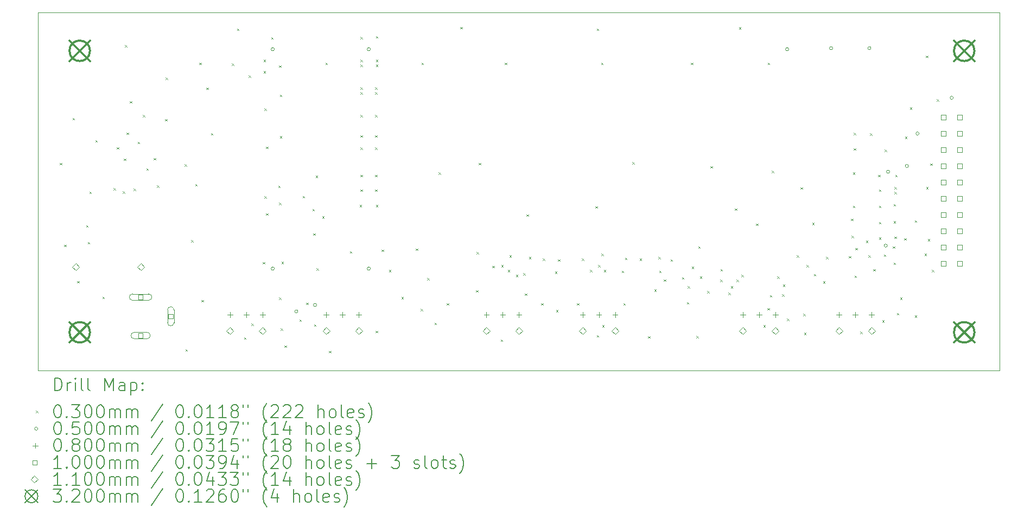
<source format=gbr>
%TF.GenerationSoftware,KiCad,Pcbnew,9.0.5*%
%TF.CreationDate,2025-10-23T02:30:20+02:00*%
%TF.ProjectId,supply-board,73757070-6c79-42d6-926f-6172642e6b69,1.0a*%
%TF.SameCoordinates,Original*%
%TF.FileFunction,Drillmap*%
%TF.FilePolarity,Positive*%
%FSLAX45Y45*%
G04 Gerber Fmt 4.5, Leading zero omitted, Abs format (unit mm)*
G04 Created by KiCad (PCBNEW 9.0.5) date 2025-10-23 02:30:20*
%MOMM*%
%LPD*%
G01*
G04 APERTURE LIST*
%ADD10C,0.050000*%
%ADD11C,0.200000*%
%ADD12C,0.100000*%
%ADD13C,0.110000*%
%ADD14C,0.320000*%
G04 APERTURE END LIST*
D10*
X3669000Y-6251640D02*
X18669000Y-6251640D01*
X18669000Y-11851640D01*
X3669000Y-11851640D01*
X3669000Y-6251640D01*
D11*
D12*
X4009920Y-8605080D02*
X4039920Y-8635080D01*
X4039920Y-8605080D02*
X4009920Y-8635080D01*
X4075960Y-9880160D02*
X4105960Y-9910160D01*
X4105960Y-9880160D02*
X4075960Y-9910160D01*
X4208040Y-7898960D02*
X4238040Y-7928960D01*
X4238040Y-7898960D02*
X4208040Y-7928960D01*
X4279160Y-10449120D02*
X4309160Y-10479120D01*
X4309160Y-10449120D02*
X4279160Y-10479120D01*
X4421400Y-9575360D02*
X4451400Y-9605360D01*
X4451400Y-9575360D02*
X4421400Y-9605360D01*
X4446800Y-9839520D02*
X4476800Y-9869520D01*
X4476800Y-9839520D02*
X4446800Y-9869520D01*
X4472200Y-9052120D02*
X4502200Y-9082120D01*
X4502200Y-9052120D02*
X4472200Y-9082120D01*
X4563640Y-8249480D02*
X4593640Y-8279480D01*
X4593640Y-8249480D02*
X4563640Y-8279480D01*
X4675400Y-10692960D02*
X4705400Y-10722960D01*
X4705400Y-10692960D02*
X4675400Y-10722960D01*
X4848120Y-8996240D02*
X4878120Y-9026240D01*
X4878120Y-8996240D02*
X4848120Y-9026240D01*
X4898920Y-8356160D02*
X4928920Y-8386160D01*
X4928920Y-8356160D02*
X4898920Y-8386160D01*
X4990360Y-9047040D02*
X5020360Y-9077040D01*
X5020360Y-9047040D02*
X4990360Y-9077040D01*
X5010680Y-8533960D02*
X5040680Y-8563960D01*
X5040680Y-8533960D02*
X5010680Y-8563960D01*
X5025920Y-6761040D02*
X5055920Y-6791040D01*
X5055920Y-6761040D02*
X5025920Y-6791040D01*
X5051320Y-8127560D02*
X5081320Y-8157560D01*
X5081320Y-8127560D02*
X5051320Y-8157560D01*
X5102120Y-7639880D02*
X5132120Y-7669880D01*
X5132120Y-7639880D02*
X5102120Y-7669880D01*
X5163080Y-9006400D02*
X5193080Y-9036400D01*
X5193080Y-9006400D02*
X5163080Y-9036400D01*
X5224040Y-8274880D02*
X5254040Y-8304880D01*
X5254040Y-8274880D02*
X5224040Y-8304880D01*
X5305320Y-7853240D02*
X5335320Y-7883240D01*
X5335320Y-7853240D02*
X5305320Y-7883240D01*
X5360700Y-8687840D02*
X5390700Y-8717840D01*
X5390700Y-8687840D02*
X5360700Y-8717840D01*
X5472960Y-8528880D02*
X5502960Y-8558880D01*
X5502960Y-8528880D02*
X5472960Y-8558880D01*
X5526300Y-8956790D02*
X5556300Y-8986790D01*
X5556300Y-8956790D02*
X5526300Y-8986790D01*
X5650760Y-7919280D02*
X5680760Y-7949280D01*
X5680760Y-7919280D02*
X5650760Y-7949280D01*
X5660920Y-7269040D02*
X5690920Y-7299040D01*
X5690920Y-7269040D02*
X5660920Y-7299040D01*
X5955560Y-8625400D02*
X5985560Y-8655400D01*
X5985560Y-8625400D02*
X5955560Y-8655400D01*
X5970800Y-11515920D02*
X6000800Y-11545920D01*
X6000800Y-11515920D02*
X5970800Y-11545920D01*
X6057160Y-9809040D02*
X6087160Y-9839040D01*
X6087160Y-9809040D02*
X6057160Y-9839040D01*
X6123200Y-8935280D02*
X6153200Y-8965280D01*
X6153200Y-8935280D02*
X6123200Y-8965280D01*
X6186200Y-7036840D02*
X6216200Y-7066840D01*
X6216200Y-7036840D02*
X6186200Y-7066840D01*
X6219720Y-10743760D02*
X6249720Y-10773760D01*
X6249720Y-10743760D02*
X6219720Y-10773760D01*
X6295920Y-7426520D02*
X6325920Y-7456520D01*
X6325920Y-7426520D02*
X6295920Y-7456520D01*
X6367040Y-8137720D02*
X6397040Y-8167720D01*
X6397040Y-8137720D02*
X6367040Y-8167720D01*
X6694200Y-7049540D02*
X6724200Y-7079540D01*
X6724200Y-7049540D02*
X6694200Y-7079540D01*
X6773440Y-6501960D02*
X6803440Y-6531960D01*
X6803440Y-6501960D02*
X6773440Y-6531960D01*
X6884700Y-11329440D02*
X6914700Y-11359440D01*
X6914700Y-11329440D02*
X6884700Y-11359440D01*
X6954000Y-7236640D02*
X6984000Y-7266640D01*
X6984000Y-7236640D02*
X6954000Y-7266640D01*
X6999000Y-11113540D02*
X7029000Y-11143540D01*
X7029000Y-11113540D02*
X6999000Y-11143540D01*
X7174760Y-10154480D02*
X7204760Y-10184480D01*
X7204760Y-10154480D02*
X7174760Y-10184480D01*
X7190000Y-6989640D02*
X7220000Y-7019640D01*
X7220000Y-6989640D02*
X7190000Y-7019640D01*
X7190000Y-7167440D02*
X7220000Y-7197440D01*
X7220000Y-7167440D02*
X7190000Y-7197440D01*
X7202700Y-7751640D02*
X7232700Y-7781640D01*
X7232700Y-7751640D02*
X7202700Y-7781640D01*
X7202700Y-9123240D02*
X7232700Y-9153240D01*
X7232700Y-9123240D02*
X7202700Y-9153240D01*
X7228100Y-8348540D02*
X7258100Y-8378540D01*
X7258100Y-8348540D02*
X7228100Y-8378540D01*
X7228100Y-9389940D02*
X7258100Y-9419940D01*
X7258100Y-9389940D02*
X7228100Y-9419940D01*
X7306840Y-6639120D02*
X7336840Y-6669120D01*
X7336840Y-6639120D02*
X7306840Y-6669120D01*
X7418600Y-8958140D02*
X7448600Y-8988140D01*
X7448600Y-8958140D02*
X7418600Y-8988140D01*
X7430800Y-10707140D02*
X7460800Y-10737140D01*
X7460800Y-10707140D02*
X7430800Y-10737140D01*
X7431300Y-7078540D02*
X7461300Y-7108540D01*
X7461300Y-7078540D02*
X7431300Y-7108540D01*
X7431300Y-9224840D02*
X7461300Y-9254840D01*
X7461300Y-9224840D02*
X7431300Y-9254840D01*
X7444000Y-7535740D02*
X7474000Y-7565740D01*
X7474000Y-7535740D02*
X7444000Y-7565740D01*
X7444000Y-8183440D02*
X7474000Y-8213440D01*
X7474000Y-8183440D02*
X7444000Y-8213440D01*
X7456200Y-11189740D02*
X7486200Y-11219740D01*
X7486200Y-11189740D02*
X7456200Y-11219740D01*
X7469400Y-10149400D02*
X7499400Y-10179400D01*
X7499400Y-10149400D02*
X7469400Y-10179400D01*
X7515120Y-11454960D02*
X7545120Y-11484960D01*
X7545120Y-11454960D02*
X7515120Y-11484960D01*
X7748300Y-11050040D02*
X7778300Y-11080040D01*
X7778300Y-11050040D02*
X7748300Y-11080040D01*
X7799100Y-9119640D02*
X7829100Y-9149640D01*
X7829100Y-9119640D02*
X7799100Y-9149640D01*
X7854000Y-10786640D02*
X7884000Y-10816640D01*
X7884000Y-10786640D02*
X7854000Y-10816640D01*
X7951500Y-9322840D02*
X7981500Y-9352840D01*
X7981500Y-9322840D02*
X7951500Y-9352840D01*
X7962160Y-9702360D02*
X7992160Y-9732360D01*
X7992160Y-9702360D02*
X7962160Y-9732360D01*
X7976900Y-11126240D02*
X8006900Y-11156240D01*
X8006900Y-11126240D02*
X7976900Y-11156240D01*
X8002300Y-8802140D02*
X8032300Y-8832140D01*
X8032300Y-8802140D02*
X8002300Y-8832140D01*
X8015000Y-10249940D02*
X8045000Y-10279940D01*
X8045000Y-10249940D02*
X8015000Y-10279940D01*
X8103900Y-9437140D02*
X8133900Y-9467140D01*
X8133900Y-9437140D02*
X8103900Y-9467140D01*
X8154000Y-7036640D02*
X8184000Y-7066640D01*
X8184000Y-7036640D02*
X8154000Y-7066640D01*
X8211080Y-11541320D02*
X8241080Y-11571320D01*
X8241080Y-11541320D02*
X8211080Y-11571320D01*
X8536200Y-9981760D02*
X8566200Y-10011760D01*
X8566200Y-9981760D02*
X8536200Y-10011760D01*
X8688100Y-9259340D02*
X8718100Y-9289340D01*
X8718100Y-9259340D02*
X8688100Y-9289340D01*
X8700800Y-8789440D02*
X8730800Y-8819440D01*
X8730800Y-8789440D02*
X8700800Y-8819440D01*
X8700800Y-9018040D02*
X8730800Y-9048040D01*
X8730800Y-9018040D02*
X8700800Y-9048040D01*
X8701300Y-6634040D02*
X8731300Y-6664040D01*
X8731300Y-6634040D02*
X8701300Y-6664040D01*
X8701300Y-6989640D02*
X8731300Y-7019640D01*
X8731300Y-6989640D02*
X8701300Y-7019640D01*
X8701300Y-7065840D02*
X8731300Y-7095840D01*
X8731300Y-7065840D02*
X8701300Y-7095840D01*
X8701300Y-7421440D02*
X8731300Y-7451440D01*
X8731300Y-7421440D02*
X8701300Y-7451440D01*
X8701300Y-7497640D02*
X8731300Y-7527640D01*
X8731300Y-7497640D02*
X8701300Y-7527640D01*
X8701300Y-7853240D02*
X8731300Y-7883240D01*
X8731300Y-7853240D02*
X8701300Y-7883240D01*
X8701300Y-8170740D02*
X8731300Y-8200740D01*
X8731300Y-8170740D02*
X8701300Y-8200740D01*
X8701300Y-8361240D02*
X8731300Y-8391240D01*
X8731300Y-8361240D02*
X8701300Y-8391240D01*
X8929400Y-8789440D02*
X8959400Y-8819440D01*
X8959400Y-8789440D02*
X8929400Y-8819440D01*
X8929400Y-9018040D02*
X8959400Y-9048040D01*
X8959400Y-9018040D02*
X8929400Y-9048040D01*
X8929900Y-7421440D02*
X8959900Y-7451440D01*
X8959900Y-7421440D02*
X8929900Y-7451440D01*
X8929900Y-7497640D02*
X8959900Y-7527640D01*
X8959900Y-7497640D02*
X8929900Y-7527640D01*
X8929900Y-7853240D02*
X8959900Y-7883240D01*
X8959900Y-7853240D02*
X8929900Y-7883240D01*
X8929900Y-8170740D02*
X8959900Y-8200740D01*
X8959900Y-8170740D02*
X8929900Y-8200740D01*
X8929900Y-8361240D02*
X8959900Y-8391240D01*
X8959900Y-8361240D02*
X8929900Y-8391240D01*
X8937520Y-11226360D02*
X8967520Y-11256360D01*
X8967520Y-11226360D02*
X8937520Y-11256360D01*
X8942100Y-9259340D02*
X8972100Y-9289340D01*
X8972100Y-9259340D02*
X8942100Y-9289340D01*
X8942600Y-6621340D02*
X8972600Y-6651340D01*
X8972600Y-6621340D02*
X8942600Y-6651340D01*
X8942600Y-6989640D02*
X8972600Y-7019640D01*
X8972600Y-6989640D02*
X8942600Y-7019640D01*
X8942600Y-7065840D02*
X8972600Y-7095840D01*
X8972600Y-7065840D02*
X8942600Y-7095840D01*
X9031000Y-9957840D02*
X9061000Y-9987840D01*
X9061000Y-9957840D02*
X9031000Y-9987840D01*
X9145300Y-10275340D02*
X9175300Y-10305340D01*
X9175300Y-10275340D02*
X9145300Y-10305340D01*
X9338840Y-10698040D02*
X9368840Y-10728040D01*
X9368840Y-10698040D02*
X9338840Y-10728040D01*
X9562360Y-9941120D02*
X9592360Y-9971120D01*
X9592360Y-9941120D02*
X9562360Y-9971120D01*
X9640600Y-10884940D02*
X9670600Y-10914940D01*
X9670600Y-10884940D02*
X9640600Y-10914940D01*
X9654000Y-7036640D02*
X9684000Y-7066640D01*
X9684000Y-7036640D02*
X9654000Y-7066640D01*
X9742200Y-10402340D02*
X9772200Y-10432340D01*
X9772200Y-10402340D02*
X9742200Y-10432340D01*
X9856500Y-11100840D02*
X9886500Y-11130840D01*
X9886500Y-11100840D02*
X9856500Y-11130840D01*
X9917960Y-8752400D02*
X9947960Y-8782400D01*
X9947960Y-8752400D02*
X9917960Y-8782400D01*
X10047000Y-10796040D02*
X10077000Y-10826040D01*
X10077000Y-10796040D02*
X10047000Y-10826040D01*
X10258320Y-6476560D02*
X10288320Y-6506560D01*
X10288320Y-6476560D02*
X10258320Y-6506560D01*
X10504200Y-10592840D02*
X10534200Y-10622840D01*
X10534200Y-10592840D02*
X10504200Y-10622840D01*
X10512320Y-9997000D02*
X10542320Y-10027000D01*
X10542320Y-9997000D02*
X10512320Y-10027000D01*
X10547880Y-8605080D02*
X10577880Y-8635080D01*
X10577880Y-8605080D02*
X10547880Y-8635080D01*
X10758200Y-10211840D02*
X10788200Y-10241840D01*
X10788200Y-10211840D02*
X10758200Y-10241840D01*
X10888240Y-11363520D02*
X10918240Y-11393520D01*
X10918240Y-11363520D02*
X10888240Y-11393520D01*
X10897900Y-10199140D02*
X10927900Y-10229140D01*
X10927900Y-10199140D02*
X10897900Y-10229140D01*
X10954000Y-7036640D02*
X10984000Y-7066640D01*
X10984000Y-7036640D02*
X10954000Y-7066640D01*
X10999500Y-10275340D02*
X11029500Y-10305340D01*
X11029500Y-10275340D02*
X10999500Y-10305340D01*
X11024900Y-10046740D02*
X11054900Y-10076740D01*
X11054900Y-10046740D02*
X11024900Y-10076740D01*
X11126500Y-10351540D02*
X11156500Y-10381540D01*
X11156500Y-10351540D02*
X11126500Y-10381540D01*
X11240800Y-10326140D02*
X11270800Y-10356140D01*
X11270800Y-10326140D02*
X11240800Y-10356140D01*
X11266200Y-10643640D02*
X11296200Y-10673640D01*
X11296200Y-10643640D02*
X11266200Y-10673640D01*
X11289560Y-9407720D02*
X11319560Y-9437720D01*
X11319560Y-9407720D02*
X11289560Y-9437720D01*
X11329700Y-10072140D02*
X11359700Y-10102140D01*
X11359700Y-10072140D02*
X11329700Y-10102140D01*
X11520200Y-10796040D02*
X11550200Y-10826040D01*
X11550200Y-10796040D02*
X11520200Y-10826040D01*
X11545600Y-10097540D02*
X11575600Y-10127540D01*
X11575600Y-10097540D02*
X11545600Y-10127540D01*
X11736100Y-10300740D02*
X11766100Y-10330740D01*
X11766100Y-10300740D02*
X11736100Y-10330740D01*
X11751840Y-10901240D02*
X11781840Y-10931240D01*
X11781840Y-10901240D02*
X11751840Y-10931240D01*
X11782320Y-10108760D02*
X11812320Y-10138760D01*
X11812320Y-10108760D02*
X11782320Y-10138760D01*
X12079000Y-10796040D02*
X12109000Y-10826040D01*
X12109000Y-10796040D02*
X12079000Y-10826040D01*
X12155200Y-10097540D02*
X12185200Y-10127540D01*
X12185200Y-10097540D02*
X12155200Y-10127540D01*
X12282200Y-10275340D02*
X12312200Y-10305340D01*
X12312200Y-10275340D02*
X12282200Y-10305340D01*
X12366520Y-9280720D02*
X12396520Y-9310720D01*
X12396520Y-9280720D02*
X12366520Y-9310720D01*
X12386840Y-6501960D02*
X12416840Y-6531960D01*
X12416840Y-6501960D02*
X12386840Y-6531960D01*
X12386840Y-11297480D02*
X12416840Y-11327480D01*
X12416840Y-11297480D02*
X12386840Y-11327480D01*
X12409200Y-10199140D02*
X12439200Y-10229140D01*
X12439200Y-10199140D02*
X12409200Y-10229140D01*
X12454000Y-7036640D02*
X12484000Y-7066640D01*
X12484000Y-7036640D02*
X12454000Y-7066640D01*
X12460000Y-10021340D02*
X12490000Y-10051340D01*
X12490000Y-10021340D02*
X12460000Y-10051340D01*
X12472700Y-11138940D02*
X12502700Y-11168940D01*
X12502700Y-11138940D02*
X12472700Y-11168940D01*
X12498100Y-10275340D02*
X12528100Y-10305340D01*
X12528100Y-10275340D02*
X12498100Y-10305340D01*
X12777500Y-10288040D02*
X12807500Y-10318040D01*
X12807500Y-10288040D02*
X12777500Y-10318040D01*
X12802900Y-10796040D02*
X12832900Y-10826040D01*
X12832900Y-10796040D02*
X12802900Y-10826040D01*
X12828300Y-10084840D02*
X12858300Y-10114840D01*
X12858300Y-10084840D02*
X12828300Y-10114840D01*
X12940560Y-8589840D02*
X12970560Y-8619840D01*
X12970560Y-8589840D02*
X12940560Y-8619840D01*
X13056900Y-10097540D02*
X13086900Y-10127540D01*
X13086900Y-10097540D02*
X13056900Y-10127540D01*
X13189480Y-11312720D02*
X13219480Y-11342720D01*
X13219480Y-11312720D02*
X13189480Y-11342720D01*
X13285500Y-10580140D02*
X13315500Y-10610140D01*
X13315500Y-10580140D02*
X13285500Y-10610140D01*
X13349000Y-10072140D02*
X13379000Y-10102140D01*
X13379000Y-10072140D02*
X13349000Y-10102140D01*
X13361700Y-10288040D02*
X13391700Y-10318040D01*
X13391700Y-10288040D02*
X13361700Y-10318040D01*
X13433320Y-10423720D02*
X13463320Y-10453720D01*
X13463320Y-10423720D02*
X13433320Y-10453720D01*
X13539500Y-10110240D02*
X13569500Y-10140240D01*
X13569500Y-10110240D02*
X13539500Y-10140240D01*
X13717300Y-10389640D02*
X13747300Y-10419640D01*
X13747300Y-10389640D02*
X13717300Y-10419640D01*
X13794000Y-10779320D02*
X13824000Y-10809320D01*
X13824000Y-10779320D02*
X13794000Y-10809320D01*
X13806200Y-10529340D02*
X13836200Y-10559340D01*
X13836200Y-10529340D02*
X13806200Y-10559340D01*
X13854000Y-7036640D02*
X13884000Y-7066640D01*
X13884000Y-7036640D02*
X13854000Y-7066640D01*
X13869700Y-10224540D02*
X13899700Y-10254540D01*
X13899700Y-10224540D02*
X13869700Y-10254540D01*
X13941320Y-11307640D02*
X13971320Y-11337640D01*
X13971320Y-11307640D02*
X13941320Y-11337640D01*
X13971800Y-9905560D02*
X14001800Y-9935560D01*
X14001800Y-9905560D02*
X13971800Y-9935560D01*
X13996700Y-10376940D02*
X14026700Y-10406940D01*
X14026700Y-10376940D02*
X13996700Y-10406940D01*
X14111000Y-10605540D02*
X14141000Y-10635540D01*
X14141000Y-10605540D02*
X14111000Y-10635540D01*
X14159760Y-8655880D02*
X14189760Y-8685880D01*
X14189760Y-8655880D02*
X14159760Y-8685880D01*
X14314200Y-10427740D02*
X14344200Y-10457740D01*
X14344200Y-10427740D02*
X14314200Y-10457740D01*
X14317240Y-10261160D02*
X14347240Y-10291160D01*
X14347240Y-10261160D02*
X14317240Y-10291160D01*
X14441200Y-10630940D02*
X14471200Y-10660940D01*
X14471200Y-10630940D02*
X14441200Y-10660940D01*
X14479300Y-10529340D02*
X14509300Y-10559340D01*
X14509300Y-10529340D02*
X14479300Y-10559340D01*
X14540760Y-9316280D02*
X14570760Y-9346280D01*
X14570760Y-9316280D02*
X14540760Y-9346280D01*
X14568200Y-10427740D02*
X14598200Y-10457740D01*
X14598200Y-10427740D02*
X14568200Y-10457740D01*
X14606800Y-6481640D02*
X14636800Y-6511640D01*
X14636800Y-6481640D02*
X14606800Y-6511640D01*
X14644400Y-10351540D02*
X14674400Y-10381540D01*
X14674400Y-10351540D02*
X14644400Y-10381540D01*
X14873000Y-9551440D02*
X14903000Y-9581440D01*
X14903000Y-9551440D02*
X14873000Y-9581440D01*
X14987300Y-11138940D02*
X15017300Y-11168940D01*
X15017300Y-11138940D02*
X14987300Y-11168940D01*
X15050800Y-10872240D02*
X15080800Y-10902240D01*
X15080800Y-10872240D02*
X15050800Y-10902240D01*
X15054000Y-7036640D02*
X15084000Y-7066640D01*
X15084000Y-7036640D02*
X15054000Y-7066640D01*
X15088900Y-10669040D02*
X15118900Y-10699040D01*
X15118900Y-10669040D02*
X15088900Y-10699040D01*
X15119880Y-8727000D02*
X15149880Y-8757000D01*
X15149880Y-8727000D02*
X15119880Y-8757000D01*
X15203200Y-10376940D02*
X15233200Y-10406940D01*
X15233200Y-10376940D02*
X15203200Y-10406940D01*
X15279400Y-10656340D02*
X15309400Y-10686340D01*
X15309400Y-10656340D02*
X15279400Y-10686340D01*
X15292100Y-10503940D02*
X15322100Y-10533940D01*
X15322100Y-10503940D02*
X15292100Y-10533940D01*
X15355600Y-11037340D02*
X15385600Y-11067340D01*
X15385600Y-11037340D02*
X15355600Y-11067340D01*
X15508000Y-10046740D02*
X15538000Y-10076740D01*
X15538000Y-10046740D02*
X15508000Y-10076740D01*
X15566920Y-8986080D02*
X15596920Y-9016080D01*
X15596920Y-8986080D02*
X15566920Y-9016080D01*
X15609600Y-10961140D02*
X15639600Y-10991140D01*
X15639600Y-10961140D02*
X15609600Y-10991140D01*
X15622800Y-11256840D02*
X15652800Y-11286840D01*
X15652800Y-11256840D02*
X15622800Y-11286840D01*
X15660400Y-10199140D02*
X15690400Y-10229140D01*
X15690400Y-10199140D02*
X15660400Y-10229140D01*
X15749300Y-9538740D02*
X15779300Y-9568740D01*
X15779300Y-9538740D02*
X15749300Y-9568740D01*
X15774700Y-10338840D02*
X15804700Y-10368840D01*
X15804700Y-10338840D02*
X15774700Y-10368840D01*
X15917440Y-10454200D02*
X15947440Y-10484200D01*
X15947440Y-10454200D02*
X15917440Y-10484200D01*
X15965200Y-10072140D02*
X15995200Y-10102140D01*
X15995200Y-10072140D02*
X15965200Y-10102140D01*
X16320800Y-10059440D02*
X16350800Y-10089440D01*
X16350800Y-10059440D02*
X16320800Y-10089440D01*
X16354320Y-9473760D02*
X16384320Y-9503760D01*
X16384320Y-9473760D02*
X16354320Y-9503760D01*
X16364480Y-9743000D02*
X16394480Y-9773000D01*
X16394480Y-9743000D02*
X16364480Y-9773000D01*
X16384300Y-8751340D02*
X16414300Y-8781340D01*
X16414300Y-8751340D02*
X16384300Y-8781340D01*
X16384300Y-9272040D02*
X16414300Y-9302040D01*
X16414300Y-9272040D02*
X16384300Y-9302040D01*
X16397500Y-8132640D02*
X16427500Y-8162640D01*
X16427500Y-8132640D02*
X16397500Y-8162640D01*
X16397500Y-8373940D02*
X16427500Y-8403940D01*
X16427500Y-8373940D02*
X16397500Y-8403940D01*
X16409700Y-10364240D02*
X16439700Y-10394240D01*
X16439700Y-10364240D02*
X16409700Y-10394240D01*
X16422400Y-9932440D02*
X16452400Y-9962440D01*
X16452400Y-9932440D02*
X16422400Y-9962440D01*
X16498600Y-11240540D02*
X16528600Y-11270540D01*
X16528600Y-11240540D02*
X16498600Y-11270540D01*
X16587500Y-9818140D02*
X16617500Y-9848140D01*
X16617500Y-9818140D02*
X16587500Y-9848140D01*
X16625600Y-10046740D02*
X16655600Y-10076740D01*
X16655600Y-10046740D02*
X16625600Y-10076740D01*
X16651000Y-8141740D02*
X16681000Y-8171740D01*
X16681000Y-8141740D02*
X16651000Y-8171740D01*
X16701800Y-10262640D02*
X16731800Y-10292640D01*
X16731800Y-10262640D02*
X16701800Y-10292640D01*
X16778000Y-8789440D02*
X16808000Y-8819440D01*
X16808000Y-8789440D02*
X16778000Y-8819440D01*
X16790700Y-9018040D02*
X16820700Y-9048040D01*
X16820700Y-9018040D02*
X16790700Y-9048040D01*
X16790700Y-9272040D02*
X16820700Y-9302040D01*
X16820700Y-9272040D02*
X16790700Y-9302040D01*
X16790700Y-9526040D02*
X16820700Y-9556040D01*
X16820700Y-9526040D02*
X16790700Y-9556040D01*
X16790700Y-9767340D02*
X16820700Y-9797340D01*
X16820700Y-9767340D02*
X16790700Y-9797340D01*
X16841500Y-11062740D02*
X16871500Y-11092740D01*
X16871500Y-11062740D02*
X16841500Y-11092740D01*
X16866900Y-10034040D02*
X16896900Y-10064040D01*
X16896900Y-10034040D02*
X16866900Y-10064040D01*
X16879600Y-8395740D02*
X16909600Y-8425740D01*
X16909600Y-8395740D02*
X16879600Y-8425740D01*
X17006600Y-9907040D02*
X17036600Y-9937040D01*
X17036600Y-9907040D02*
X17006600Y-9937040D01*
X17019300Y-9246640D02*
X17049300Y-9276640D01*
X17049300Y-9246640D02*
X17019300Y-9276640D01*
X17019300Y-9513340D02*
X17049300Y-9543340D01*
X17049300Y-9513340D02*
X17019300Y-9543340D01*
X17019300Y-10161040D02*
X17049300Y-10191040D01*
X17049300Y-10161040D02*
X17019300Y-10191040D01*
X17032000Y-8979940D02*
X17062000Y-9009940D01*
X17062000Y-8979940D02*
X17032000Y-9009940D01*
X17032000Y-9056140D02*
X17062000Y-9086140D01*
X17062000Y-9056140D02*
X17032000Y-9086140D01*
X17032000Y-9754640D02*
X17062000Y-9784640D01*
X17062000Y-9754640D02*
X17032000Y-9784640D01*
X17044700Y-8789440D02*
X17074700Y-8819440D01*
X17074700Y-8789440D02*
X17044700Y-8819440D01*
X17070100Y-10948440D02*
X17100100Y-10978440D01*
X17100100Y-10948440D02*
X17070100Y-10978440D01*
X17120900Y-10707140D02*
X17150900Y-10737140D01*
X17150900Y-10707140D02*
X17120900Y-10737140D01*
X17184400Y-9780040D02*
X17214400Y-9810040D01*
X17214400Y-9780040D02*
X17184400Y-9810040D01*
X17197100Y-8192540D02*
X17227100Y-8222540D01*
X17227100Y-8192540D02*
X17197100Y-8222540D01*
X17273300Y-7735340D02*
X17303300Y-7765340D01*
X17303300Y-7735340D02*
X17273300Y-7765340D01*
X17349500Y-9500640D02*
X17379500Y-9530640D01*
X17379500Y-9500640D02*
X17349500Y-9530640D01*
X17350000Y-10987600D02*
X17380000Y-11017600D01*
X17380000Y-10987600D02*
X17350000Y-11017600D01*
X17501900Y-10021340D02*
X17531900Y-10051340D01*
X17531900Y-10021340D02*
X17501900Y-10051340D01*
X17522720Y-6928680D02*
X17552720Y-6958680D01*
X17552720Y-6928680D02*
X17522720Y-6958680D01*
X17527300Y-8979940D02*
X17557300Y-9009940D01*
X17557300Y-8979940D02*
X17527300Y-9009940D01*
X17552700Y-9792740D02*
X17582700Y-9822740D01*
X17582700Y-9792740D02*
X17552700Y-9822740D01*
X17590800Y-8611640D02*
X17620800Y-8641640D01*
X17620800Y-8611640D02*
X17590800Y-8641640D01*
X17616200Y-10275340D02*
X17646200Y-10305340D01*
X17646200Y-10275340D02*
X17616200Y-10305340D01*
X17692400Y-7608340D02*
X17722400Y-7638340D01*
X17722400Y-7608340D02*
X17692400Y-7638340D01*
X7357000Y-6826840D02*
G75*
G02*
X7307000Y-6826840I-25000J0D01*
G01*
X7307000Y-6826840D02*
G75*
G02*
X7357000Y-6826840I25000J0D01*
G01*
X7357000Y-10255840D02*
G75*
G02*
X7307000Y-10255840I-25000J0D01*
G01*
X7307000Y-10255840D02*
G75*
G02*
X7357000Y-10255840I25000J0D01*
G01*
X7724800Y-10925340D02*
G75*
G02*
X7674800Y-10925340I-25000J0D01*
G01*
X7674800Y-10925340D02*
G75*
G02*
X7724800Y-10925340I25000J0D01*
G01*
X8016900Y-10823740D02*
G75*
G02*
X7966900Y-10823740I-25000J0D01*
G01*
X7966900Y-10823740D02*
G75*
G02*
X8016900Y-10823740I25000J0D01*
G01*
X8855600Y-6826840D02*
G75*
G02*
X8805600Y-6826840I-25000J0D01*
G01*
X8805600Y-6826840D02*
G75*
G02*
X8855600Y-6826840I25000J0D01*
G01*
X8855600Y-10255840D02*
G75*
G02*
X8805600Y-10255840I-25000J0D01*
G01*
X8805600Y-10255840D02*
G75*
G02*
X8855600Y-10255840I25000J0D01*
G01*
X15382900Y-6826840D02*
G75*
G02*
X15332900Y-6826840I-25000J0D01*
G01*
X15332900Y-6826840D02*
G75*
G02*
X15382900Y-6826840I25000J0D01*
G01*
X16068700Y-6810540D02*
G75*
G02*
X16018700Y-6810540I-25000J0D01*
G01*
X16018700Y-6810540D02*
G75*
G02*
X16068700Y-6810540I25000J0D01*
G01*
X16665600Y-6810540D02*
G75*
G02*
X16615600Y-6810540I-25000J0D01*
G01*
X16615600Y-6810540D02*
G75*
G02*
X16665600Y-6810540I25000J0D01*
G01*
X16919600Y-9896640D02*
G75*
G02*
X16869600Y-9896640I-25000J0D01*
G01*
X16869600Y-9896640D02*
G75*
G02*
X16919600Y-9896640I25000J0D01*
G01*
X16957700Y-8740940D02*
G75*
G02*
X16907700Y-8740940I-25000J0D01*
G01*
X16907700Y-8740940D02*
G75*
G02*
X16957700Y-8740940I25000J0D01*
G01*
X17249800Y-8652040D02*
G75*
G02*
X17199800Y-8652040I-25000J0D01*
G01*
X17199800Y-8652040D02*
G75*
G02*
X17249800Y-8652040I25000J0D01*
G01*
X17414900Y-8144040D02*
G75*
G02*
X17364900Y-8144040I-25000J0D01*
G01*
X17364900Y-8144040D02*
G75*
G02*
X17414900Y-8144040I25000J0D01*
G01*
X17948300Y-7585240D02*
G75*
G02*
X17898300Y-7585240I-25000J0D01*
G01*
X17898300Y-7585240D02*
G75*
G02*
X17948300Y-7585240I25000J0D01*
G01*
X6665800Y-10935640D02*
X6665800Y-11015640D01*
X6625800Y-10975640D02*
X6705800Y-10975640D01*
X6919800Y-10935640D02*
X6919800Y-11015640D01*
X6879800Y-10975640D02*
X6959800Y-10975640D01*
X7173800Y-10935640D02*
X7173800Y-11015640D01*
X7133800Y-10975640D02*
X7213800Y-10975640D01*
X8165800Y-10935640D02*
X8165800Y-11015640D01*
X8125800Y-10975640D02*
X8205800Y-10975640D01*
X8419800Y-10935640D02*
X8419800Y-11015640D01*
X8379800Y-10975640D02*
X8459800Y-10975640D01*
X8673800Y-10935640D02*
X8673800Y-11015640D01*
X8633800Y-10975640D02*
X8713800Y-10975640D01*
X10665800Y-10935640D02*
X10665800Y-11015640D01*
X10625800Y-10975640D02*
X10705800Y-10975640D01*
X10919800Y-10935640D02*
X10919800Y-11015640D01*
X10879800Y-10975640D02*
X10959800Y-10975640D01*
X11173800Y-10935640D02*
X11173800Y-11015640D01*
X11133800Y-10975640D02*
X11213800Y-10975640D01*
X12165800Y-10935640D02*
X12165800Y-11015640D01*
X12125800Y-10975640D02*
X12205800Y-10975640D01*
X12419800Y-10935640D02*
X12419800Y-11015640D01*
X12379800Y-10975640D02*
X12459800Y-10975640D01*
X12673800Y-10935640D02*
X12673800Y-11015640D01*
X12633800Y-10975640D02*
X12713800Y-10975640D01*
X14665800Y-10935640D02*
X14665800Y-11015640D01*
X14625800Y-10975640D02*
X14705800Y-10975640D01*
X14919800Y-10935640D02*
X14919800Y-11015640D01*
X14879800Y-10975640D02*
X14959800Y-10975640D01*
X15173800Y-10935640D02*
X15173800Y-11015640D01*
X15133800Y-10975640D02*
X15213800Y-10975640D01*
X16165800Y-10935640D02*
X16165800Y-11015640D01*
X16125800Y-10975640D02*
X16205800Y-10975640D01*
X16419800Y-10935640D02*
X16419800Y-11015640D01*
X16379800Y-10975640D02*
X16459800Y-10975640D01*
X16673800Y-10935640D02*
X16673800Y-11015640D01*
X16633800Y-10975640D02*
X16713800Y-10975640D01*
X5305156Y-10736996D02*
X5305156Y-10666284D01*
X5234444Y-10666284D01*
X5234444Y-10736996D01*
X5305156Y-10736996D01*
X5394800Y-10651640D02*
X5144800Y-10651640D01*
X5144800Y-10751640D02*
G75*
G02*
X5144800Y-10651640I0J50000D01*
G01*
X5144800Y-10751640D02*
X5394800Y-10751640D01*
X5394800Y-10751640D02*
G75*
G03*
X5394800Y-10651640I0J50000D01*
G01*
X5305156Y-11336996D02*
X5305156Y-11266284D01*
X5234444Y-11266284D01*
X5234444Y-11336996D01*
X5305156Y-11336996D01*
X5369800Y-11251640D02*
X5169800Y-11251640D01*
X5169800Y-11351640D02*
G75*
G02*
X5169800Y-11251640I0J50000D01*
G01*
X5169800Y-11351640D02*
X5369800Y-11351640D01*
X5369800Y-11351640D02*
G75*
G03*
X5369800Y-11251640I0J50000D01*
G01*
X5775156Y-11036996D02*
X5775156Y-10966284D01*
X5704444Y-10966284D01*
X5704444Y-11036996D01*
X5775156Y-11036996D01*
X5789800Y-11101640D02*
X5789800Y-10901640D01*
X5689800Y-10901640D02*
G75*
G02*
X5789800Y-10901640I50000J0D01*
G01*
X5689800Y-10901640D02*
X5689800Y-11101640D01*
X5689800Y-11101640D02*
G75*
G03*
X5789800Y-11101640I50000J0D01*
G01*
X17831656Y-7925396D02*
X17831656Y-7854684D01*
X17760944Y-7854684D01*
X17760944Y-7925396D01*
X17831656Y-7925396D01*
X17831656Y-8179396D02*
X17831656Y-8108684D01*
X17760944Y-8108684D01*
X17760944Y-8179396D01*
X17831656Y-8179396D01*
X17831656Y-8433396D02*
X17831656Y-8362684D01*
X17760944Y-8362684D01*
X17760944Y-8433396D01*
X17831656Y-8433396D01*
X17831656Y-8687396D02*
X17831656Y-8616684D01*
X17760944Y-8616684D01*
X17760944Y-8687396D01*
X17831656Y-8687396D01*
X17831656Y-8941396D02*
X17831656Y-8870684D01*
X17760944Y-8870684D01*
X17760944Y-8941396D01*
X17831656Y-8941396D01*
X17831656Y-9195396D02*
X17831656Y-9124684D01*
X17760944Y-9124684D01*
X17760944Y-9195396D01*
X17831656Y-9195396D01*
X17831656Y-9449396D02*
X17831656Y-9378684D01*
X17760944Y-9378684D01*
X17760944Y-9449396D01*
X17831656Y-9449396D01*
X17831656Y-9703396D02*
X17831656Y-9632684D01*
X17760944Y-9632684D01*
X17760944Y-9703396D01*
X17831656Y-9703396D01*
X17831656Y-9957396D02*
X17831656Y-9886684D01*
X17760944Y-9886684D01*
X17760944Y-9957396D01*
X17831656Y-9957396D01*
X17831656Y-10211396D02*
X17831656Y-10140684D01*
X17760944Y-10140684D01*
X17760944Y-10211396D01*
X17831656Y-10211396D01*
X18085656Y-7925396D02*
X18085656Y-7854684D01*
X18014944Y-7854684D01*
X18014944Y-7925396D01*
X18085656Y-7925396D01*
X18085656Y-8179396D02*
X18085656Y-8108684D01*
X18014944Y-8108684D01*
X18014944Y-8179396D01*
X18085656Y-8179396D01*
X18085656Y-8433396D02*
X18085656Y-8362684D01*
X18014944Y-8362684D01*
X18014944Y-8433396D01*
X18085656Y-8433396D01*
X18085656Y-8687396D02*
X18085656Y-8616684D01*
X18014944Y-8616684D01*
X18014944Y-8687396D01*
X18085656Y-8687396D01*
X18085656Y-8941396D02*
X18085656Y-8870684D01*
X18014944Y-8870684D01*
X18014944Y-8941396D01*
X18085656Y-8941396D01*
X18085656Y-9195396D02*
X18085656Y-9124684D01*
X18014944Y-9124684D01*
X18014944Y-9195396D01*
X18085656Y-9195396D01*
X18085656Y-9449396D02*
X18085656Y-9378684D01*
X18014944Y-9378684D01*
X18014944Y-9449396D01*
X18085656Y-9449396D01*
X18085656Y-9703396D02*
X18085656Y-9632684D01*
X18014944Y-9632684D01*
X18014944Y-9703396D01*
X18085656Y-9703396D01*
X18085656Y-9957396D02*
X18085656Y-9886684D01*
X18014944Y-9886684D01*
X18014944Y-9957396D01*
X18085656Y-9957396D01*
X18085656Y-10211396D02*
X18085656Y-10140684D01*
X18014944Y-10140684D01*
X18014944Y-10211396D01*
X18085656Y-10211396D01*
D13*
X4258600Y-10285440D02*
X4313600Y-10230440D01*
X4258600Y-10175440D01*
X4203600Y-10230440D01*
X4258600Y-10285440D01*
X5274600Y-10285440D02*
X5329600Y-10230440D01*
X5274600Y-10175440D01*
X5219600Y-10230440D01*
X5274600Y-10285440D01*
X6665800Y-11282640D02*
X6720800Y-11227640D01*
X6665800Y-11172640D01*
X6610800Y-11227640D01*
X6665800Y-11282640D01*
X7173800Y-11282640D02*
X7228800Y-11227640D01*
X7173800Y-11172640D01*
X7118800Y-11227640D01*
X7173800Y-11282640D01*
X8165800Y-11282640D02*
X8220800Y-11227640D01*
X8165800Y-11172640D01*
X8110800Y-11227640D01*
X8165800Y-11282640D01*
X8673800Y-11282640D02*
X8728800Y-11227640D01*
X8673800Y-11172640D01*
X8618800Y-11227640D01*
X8673800Y-11282640D01*
X10665800Y-11282640D02*
X10720800Y-11227640D01*
X10665800Y-11172640D01*
X10610800Y-11227640D01*
X10665800Y-11282640D01*
X11173800Y-11282640D02*
X11228800Y-11227640D01*
X11173800Y-11172640D01*
X11118800Y-11227640D01*
X11173800Y-11282640D01*
X12165800Y-11282640D02*
X12220800Y-11227640D01*
X12165800Y-11172640D01*
X12110800Y-11227640D01*
X12165800Y-11282640D01*
X12673800Y-11282640D02*
X12728800Y-11227640D01*
X12673800Y-11172640D01*
X12618800Y-11227640D01*
X12673800Y-11282640D01*
X14665800Y-11282640D02*
X14720800Y-11227640D01*
X14665800Y-11172640D01*
X14610800Y-11227640D01*
X14665800Y-11282640D01*
X15173800Y-11282640D02*
X15228800Y-11227640D01*
X15173800Y-11172640D01*
X15118800Y-11227640D01*
X15173800Y-11282640D01*
X16165800Y-11282640D02*
X16220800Y-11227640D01*
X16165800Y-11172640D01*
X16110800Y-11227640D01*
X16165800Y-11282640D01*
X16673800Y-11282640D02*
X16728800Y-11227640D01*
X16673800Y-11172640D01*
X16618800Y-11227640D01*
X16673800Y-11282640D01*
D14*
X4159800Y-6691640D02*
X4479800Y-7011640D01*
X4479800Y-6691640D02*
X4159800Y-7011640D01*
X4479800Y-6851640D02*
G75*
G02*
X4159800Y-6851640I-160000J0D01*
G01*
X4159800Y-6851640D02*
G75*
G02*
X4479800Y-6851640I160000J0D01*
G01*
X4159800Y-11091640D02*
X4479800Y-11411640D01*
X4479800Y-11091640D02*
X4159800Y-11411640D01*
X4479800Y-11251640D02*
G75*
G02*
X4159800Y-11251640I-160000J0D01*
G01*
X4159800Y-11251640D02*
G75*
G02*
X4479800Y-11251640I160000J0D01*
G01*
X17959800Y-6691640D02*
X18279800Y-7011640D01*
X18279800Y-6691640D02*
X17959800Y-7011640D01*
X18279800Y-6851640D02*
G75*
G02*
X17959800Y-6851640I-160000J0D01*
G01*
X17959800Y-6851640D02*
G75*
G02*
X18279800Y-6851640I160000J0D01*
G01*
X17959800Y-11091640D02*
X18279800Y-11411640D01*
X18279800Y-11091640D02*
X17959800Y-11411640D01*
X18279800Y-11251640D02*
G75*
G02*
X17959800Y-11251640I-160000J0D01*
G01*
X17959800Y-11251640D02*
G75*
G02*
X18279800Y-11251640I160000J0D01*
G01*
D11*
X3927277Y-12165624D02*
X3927277Y-11965624D01*
X3927277Y-11965624D02*
X3974896Y-11965624D01*
X3974896Y-11965624D02*
X4003467Y-11975148D01*
X4003467Y-11975148D02*
X4022515Y-11994195D01*
X4022515Y-11994195D02*
X4032039Y-12013243D01*
X4032039Y-12013243D02*
X4041562Y-12051338D01*
X4041562Y-12051338D02*
X4041562Y-12079909D01*
X4041562Y-12079909D02*
X4032039Y-12118005D01*
X4032039Y-12118005D02*
X4022515Y-12137052D01*
X4022515Y-12137052D02*
X4003467Y-12156100D01*
X4003467Y-12156100D02*
X3974896Y-12165624D01*
X3974896Y-12165624D02*
X3927277Y-12165624D01*
X4127277Y-12165624D02*
X4127277Y-12032290D01*
X4127277Y-12070386D02*
X4136801Y-12051338D01*
X4136801Y-12051338D02*
X4146324Y-12041814D01*
X4146324Y-12041814D02*
X4165372Y-12032290D01*
X4165372Y-12032290D02*
X4184420Y-12032290D01*
X4251086Y-12165624D02*
X4251086Y-12032290D01*
X4251086Y-11965624D02*
X4241563Y-11975148D01*
X4241563Y-11975148D02*
X4251086Y-11984671D01*
X4251086Y-11984671D02*
X4260610Y-11975148D01*
X4260610Y-11975148D02*
X4251086Y-11965624D01*
X4251086Y-11965624D02*
X4251086Y-11984671D01*
X4374896Y-12165624D02*
X4355848Y-12156100D01*
X4355848Y-12156100D02*
X4346324Y-12137052D01*
X4346324Y-12137052D02*
X4346324Y-11965624D01*
X4479658Y-12165624D02*
X4460610Y-12156100D01*
X4460610Y-12156100D02*
X4451086Y-12137052D01*
X4451086Y-12137052D02*
X4451086Y-11965624D01*
X4708229Y-12165624D02*
X4708229Y-11965624D01*
X4708229Y-11965624D02*
X4774896Y-12108481D01*
X4774896Y-12108481D02*
X4841563Y-11965624D01*
X4841563Y-11965624D02*
X4841563Y-12165624D01*
X5022515Y-12165624D02*
X5022515Y-12060862D01*
X5022515Y-12060862D02*
X5012991Y-12041814D01*
X5012991Y-12041814D02*
X4993944Y-12032290D01*
X4993944Y-12032290D02*
X4955848Y-12032290D01*
X4955848Y-12032290D02*
X4936801Y-12041814D01*
X5022515Y-12156100D02*
X5003467Y-12165624D01*
X5003467Y-12165624D02*
X4955848Y-12165624D01*
X4955848Y-12165624D02*
X4936801Y-12156100D01*
X4936801Y-12156100D02*
X4927277Y-12137052D01*
X4927277Y-12137052D02*
X4927277Y-12118005D01*
X4927277Y-12118005D02*
X4936801Y-12098957D01*
X4936801Y-12098957D02*
X4955848Y-12089433D01*
X4955848Y-12089433D02*
X5003467Y-12089433D01*
X5003467Y-12089433D02*
X5022515Y-12079909D01*
X5117753Y-12032290D02*
X5117753Y-12232290D01*
X5117753Y-12041814D02*
X5136801Y-12032290D01*
X5136801Y-12032290D02*
X5174896Y-12032290D01*
X5174896Y-12032290D02*
X5193944Y-12041814D01*
X5193944Y-12041814D02*
X5203467Y-12051338D01*
X5203467Y-12051338D02*
X5212991Y-12070386D01*
X5212991Y-12070386D02*
X5212991Y-12127528D01*
X5212991Y-12127528D02*
X5203467Y-12146576D01*
X5203467Y-12146576D02*
X5193944Y-12156100D01*
X5193944Y-12156100D02*
X5174896Y-12165624D01*
X5174896Y-12165624D02*
X5136801Y-12165624D01*
X5136801Y-12165624D02*
X5117753Y-12156100D01*
X5298705Y-12146576D02*
X5308229Y-12156100D01*
X5308229Y-12156100D02*
X5298705Y-12165624D01*
X5298705Y-12165624D02*
X5289182Y-12156100D01*
X5289182Y-12156100D02*
X5298705Y-12146576D01*
X5298705Y-12146576D02*
X5298705Y-12165624D01*
X5298705Y-12041814D02*
X5308229Y-12051338D01*
X5308229Y-12051338D02*
X5298705Y-12060862D01*
X5298705Y-12060862D02*
X5289182Y-12051338D01*
X5289182Y-12051338D02*
X5298705Y-12041814D01*
X5298705Y-12041814D02*
X5298705Y-12060862D01*
D12*
X3636500Y-12479140D02*
X3666500Y-12509140D01*
X3666500Y-12479140D02*
X3636500Y-12509140D01*
D11*
X3965372Y-12385624D02*
X3984420Y-12385624D01*
X3984420Y-12385624D02*
X4003467Y-12395148D01*
X4003467Y-12395148D02*
X4012991Y-12404671D01*
X4012991Y-12404671D02*
X4022515Y-12423719D01*
X4022515Y-12423719D02*
X4032039Y-12461814D01*
X4032039Y-12461814D02*
X4032039Y-12509433D01*
X4032039Y-12509433D02*
X4022515Y-12547528D01*
X4022515Y-12547528D02*
X4012991Y-12566576D01*
X4012991Y-12566576D02*
X4003467Y-12576100D01*
X4003467Y-12576100D02*
X3984420Y-12585624D01*
X3984420Y-12585624D02*
X3965372Y-12585624D01*
X3965372Y-12585624D02*
X3946324Y-12576100D01*
X3946324Y-12576100D02*
X3936801Y-12566576D01*
X3936801Y-12566576D02*
X3927277Y-12547528D01*
X3927277Y-12547528D02*
X3917753Y-12509433D01*
X3917753Y-12509433D02*
X3917753Y-12461814D01*
X3917753Y-12461814D02*
X3927277Y-12423719D01*
X3927277Y-12423719D02*
X3936801Y-12404671D01*
X3936801Y-12404671D02*
X3946324Y-12395148D01*
X3946324Y-12395148D02*
X3965372Y-12385624D01*
X4117753Y-12566576D02*
X4127277Y-12576100D01*
X4127277Y-12576100D02*
X4117753Y-12585624D01*
X4117753Y-12585624D02*
X4108229Y-12576100D01*
X4108229Y-12576100D02*
X4117753Y-12566576D01*
X4117753Y-12566576D02*
X4117753Y-12585624D01*
X4193943Y-12385624D02*
X4317753Y-12385624D01*
X4317753Y-12385624D02*
X4251086Y-12461814D01*
X4251086Y-12461814D02*
X4279658Y-12461814D01*
X4279658Y-12461814D02*
X4298705Y-12471338D01*
X4298705Y-12471338D02*
X4308229Y-12480862D01*
X4308229Y-12480862D02*
X4317753Y-12499909D01*
X4317753Y-12499909D02*
X4317753Y-12547528D01*
X4317753Y-12547528D02*
X4308229Y-12566576D01*
X4308229Y-12566576D02*
X4298705Y-12576100D01*
X4298705Y-12576100D02*
X4279658Y-12585624D01*
X4279658Y-12585624D02*
X4222515Y-12585624D01*
X4222515Y-12585624D02*
X4203467Y-12576100D01*
X4203467Y-12576100D02*
X4193943Y-12566576D01*
X4441563Y-12385624D02*
X4460610Y-12385624D01*
X4460610Y-12385624D02*
X4479658Y-12395148D01*
X4479658Y-12395148D02*
X4489182Y-12404671D01*
X4489182Y-12404671D02*
X4498705Y-12423719D01*
X4498705Y-12423719D02*
X4508229Y-12461814D01*
X4508229Y-12461814D02*
X4508229Y-12509433D01*
X4508229Y-12509433D02*
X4498705Y-12547528D01*
X4498705Y-12547528D02*
X4489182Y-12566576D01*
X4489182Y-12566576D02*
X4479658Y-12576100D01*
X4479658Y-12576100D02*
X4460610Y-12585624D01*
X4460610Y-12585624D02*
X4441563Y-12585624D01*
X4441563Y-12585624D02*
X4422515Y-12576100D01*
X4422515Y-12576100D02*
X4412991Y-12566576D01*
X4412991Y-12566576D02*
X4403467Y-12547528D01*
X4403467Y-12547528D02*
X4393944Y-12509433D01*
X4393944Y-12509433D02*
X4393944Y-12461814D01*
X4393944Y-12461814D02*
X4403467Y-12423719D01*
X4403467Y-12423719D02*
X4412991Y-12404671D01*
X4412991Y-12404671D02*
X4422515Y-12395148D01*
X4422515Y-12395148D02*
X4441563Y-12385624D01*
X4632039Y-12385624D02*
X4651086Y-12385624D01*
X4651086Y-12385624D02*
X4670134Y-12395148D01*
X4670134Y-12395148D02*
X4679658Y-12404671D01*
X4679658Y-12404671D02*
X4689182Y-12423719D01*
X4689182Y-12423719D02*
X4698705Y-12461814D01*
X4698705Y-12461814D02*
X4698705Y-12509433D01*
X4698705Y-12509433D02*
X4689182Y-12547528D01*
X4689182Y-12547528D02*
X4679658Y-12566576D01*
X4679658Y-12566576D02*
X4670134Y-12576100D01*
X4670134Y-12576100D02*
X4651086Y-12585624D01*
X4651086Y-12585624D02*
X4632039Y-12585624D01*
X4632039Y-12585624D02*
X4612991Y-12576100D01*
X4612991Y-12576100D02*
X4603467Y-12566576D01*
X4603467Y-12566576D02*
X4593944Y-12547528D01*
X4593944Y-12547528D02*
X4584420Y-12509433D01*
X4584420Y-12509433D02*
X4584420Y-12461814D01*
X4584420Y-12461814D02*
X4593944Y-12423719D01*
X4593944Y-12423719D02*
X4603467Y-12404671D01*
X4603467Y-12404671D02*
X4612991Y-12395148D01*
X4612991Y-12395148D02*
X4632039Y-12385624D01*
X4784420Y-12585624D02*
X4784420Y-12452290D01*
X4784420Y-12471338D02*
X4793944Y-12461814D01*
X4793944Y-12461814D02*
X4812991Y-12452290D01*
X4812991Y-12452290D02*
X4841563Y-12452290D01*
X4841563Y-12452290D02*
X4860610Y-12461814D01*
X4860610Y-12461814D02*
X4870134Y-12480862D01*
X4870134Y-12480862D02*
X4870134Y-12585624D01*
X4870134Y-12480862D02*
X4879658Y-12461814D01*
X4879658Y-12461814D02*
X4898705Y-12452290D01*
X4898705Y-12452290D02*
X4927277Y-12452290D01*
X4927277Y-12452290D02*
X4946325Y-12461814D01*
X4946325Y-12461814D02*
X4955848Y-12480862D01*
X4955848Y-12480862D02*
X4955848Y-12585624D01*
X5051086Y-12585624D02*
X5051086Y-12452290D01*
X5051086Y-12471338D02*
X5060610Y-12461814D01*
X5060610Y-12461814D02*
X5079658Y-12452290D01*
X5079658Y-12452290D02*
X5108229Y-12452290D01*
X5108229Y-12452290D02*
X5127277Y-12461814D01*
X5127277Y-12461814D02*
X5136801Y-12480862D01*
X5136801Y-12480862D02*
X5136801Y-12585624D01*
X5136801Y-12480862D02*
X5146325Y-12461814D01*
X5146325Y-12461814D02*
X5165372Y-12452290D01*
X5165372Y-12452290D02*
X5193944Y-12452290D01*
X5193944Y-12452290D02*
X5212991Y-12461814D01*
X5212991Y-12461814D02*
X5222515Y-12480862D01*
X5222515Y-12480862D02*
X5222515Y-12585624D01*
X5612991Y-12376100D02*
X5441563Y-12633243D01*
X5870134Y-12385624D02*
X5889182Y-12385624D01*
X5889182Y-12385624D02*
X5908229Y-12395148D01*
X5908229Y-12395148D02*
X5917753Y-12404671D01*
X5917753Y-12404671D02*
X5927277Y-12423719D01*
X5927277Y-12423719D02*
X5936801Y-12461814D01*
X5936801Y-12461814D02*
X5936801Y-12509433D01*
X5936801Y-12509433D02*
X5927277Y-12547528D01*
X5927277Y-12547528D02*
X5917753Y-12566576D01*
X5917753Y-12566576D02*
X5908229Y-12576100D01*
X5908229Y-12576100D02*
X5889182Y-12585624D01*
X5889182Y-12585624D02*
X5870134Y-12585624D01*
X5870134Y-12585624D02*
X5851086Y-12576100D01*
X5851086Y-12576100D02*
X5841563Y-12566576D01*
X5841563Y-12566576D02*
X5832039Y-12547528D01*
X5832039Y-12547528D02*
X5822515Y-12509433D01*
X5822515Y-12509433D02*
X5822515Y-12461814D01*
X5822515Y-12461814D02*
X5832039Y-12423719D01*
X5832039Y-12423719D02*
X5841563Y-12404671D01*
X5841563Y-12404671D02*
X5851086Y-12395148D01*
X5851086Y-12395148D02*
X5870134Y-12385624D01*
X6022515Y-12566576D02*
X6032039Y-12576100D01*
X6032039Y-12576100D02*
X6022515Y-12585624D01*
X6022515Y-12585624D02*
X6012991Y-12576100D01*
X6012991Y-12576100D02*
X6022515Y-12566576D01*
X6022515Y-12566576D02*
X6022515Y-12585624D01*
X6155848Y-12385624D02*
X6174896Y-12385624D01*
X6174896Y-12385624D02*
X6193944Y-12395148D01*
X6193944Y-12395148D02*
X6203467Y-12404671D01*
X6203467Y-12404671D02*
X6212991Y-12423719D01*
X6212991Y-12423719D02*
X6222515Y-12461814D01*
X6222515Y-12461814D02*
X6222515Y-12509433D01*
X6222515Y-12509433D02*
X6212991Y-12547528D01*
X6212991Y-12547528D02*
X6203467Y-12566576D01*
X6203467Y-12566576D02*
X6193944Y-12576100D01*
X6193944Y-12576100D02*
X6174896Y-12585624D01*
X6174896Y-12585624D02*
X6155848Y-12585624D01*
X6155848Y-12585624D02*
X6136801Y-12576100D01*
X6136801Y-12576100D02*
X6127277Y-12566576D01*
X6127277Y-12566576D02*
X6117753Y-12547528D01*
X6117753Y-12547528D02*
X6108229Y-12509433D01*
X6108229Y-12509433D02*
X6108229Y-12461814D01*
X6108229Y-12461814D02*
X6117753Y-12423719D01*
X6117753Y-12423719D02*
X6127277Y-12404671D01*
X6127277Y-12404671D02*
X6136801Y-12395148D01*
X6136801Y-12395148D02*
X6155848Y-12385624D01*
X6412991Y-12585624D02*
X6298706Y-12585624D01*
X6355848Y-12585624D02*
X6355848Y-12385624D01*
X6355848Y-12385624D02*
X6336801Y-12414195D01*
X6336801Y-12414195D02*
X6317753Y-12433243D01*
X6317753Y-12433243D02*
X6298706Y-12442767D01*
X6603467Y-12585624D02*
X6489182Y-12585624D01*
X6546325Y-12585624D02*
X6546325Y-12385624D01*
X6546325Y-12385624D02*
X6527277Y-12414195D01*
X6527277Y-12414195D02*
X6508229Y-12433243D01*
X6508229Y-12433243D02*
X6489182Y-12442767D01*
X6717753Y-12471338D02*
X6698706Y-12461814D01*
X6698706Y-12461814D02*
X6689182Y-12452290D01*
X6689182Y-12452290D02*
X6679658Y-12433243D01*
X6679658Y-12433243D02*
X6679658Y-12423719D01*
X6679658Y-12423719D02*
X6689182Y-12404671D01*
X6689182Y-12404671D02*
X6698706Y-12395148D01*
X6698706Y-12395148D02*
X6717753Y-12385624D01*
X6717753Y-12385624D02*
X6755848Y-12385624D01*
X6755848Y-12385624D02*
X6774896Y-12395148D01*
X6774896Y-12395148D02*
X6784420Y-12404671D01*
X6784420Y-12404671D02*
X6793944Y-12423719D01*
X6793944Y-12423719D02*
X6793944Y-12433243D01*
X6793944Y-12433243D02*
X6784420Y-12452290D01*
X6784420Y-12452290D02*
X6774896Y-12461814D01*
X6774896Y-12461814D02*
X6755848Y-12471338D01*
X6755848Y-12471338D02*
X6717753Y-12471338D01*
X6717753Y-12471338D02*
X6698706Y-12480862D01*
X6698706Y-12480862D02*
X6689182Y-12490386D01*
X6689182Y-12490386D02*
X6679658Y-12509433D01*
X6679658Y-12509433D02*
X6679658Y-12547528D01*
X6679658Y-12547528D02*
X6689182Y-12566576D01*
X6689182Y-12566576D02*
X6698706Y-12576100D01*
X6698706Y-12576100D02*
X6717753Y-12585624D01*
X6717753Y-12585624D02*
X6755848Y-12585624D01*
X6755848Y-12585624D02*
X6774896Y-12576100D01*
X6774896Y-12576100D02*
X6784420Y-12566576D01*
X6784420Y-12566576D02*
X6793944Y-12547528D01*
X6793944Y-12547528D02*
X6793944Y-12509433D01*
X6793944Y-12509433D02*
X6784420Y-12490386D01*
X6784420Y-12490386D02*
X6774896Y-12480862D01*
X6774896Y-12480862D02*
X6755848Y-12471338D01*
X6870134Y-12385624D02*
X6870134Y-12423719D01*
X6946325Y-12385624D02*
X6946325Y-12423719D01*
X7241563Y-12661814D02*
X7232039Y-12652290D01*
X7232039Y-12652290D02*
X7212991Y-12623719D01*
X7212991Y-12623719D02*
X7203468Y-12604671D01*
X7203468Y-12604671D02*
X7193944Y-12576100D01*
X7193944Y-12576100D02*
X7184420Y-12528481D01*
X7184420Y-12528481D02*
X7184420Y-12490386D01*
X7184420Y-12490386D02*
X7193944Y-12442767D01*
X7193944Y-12442767D02*
X7203468Y-12414195D01*
X7203468Y-12414195D02*
X7212991Y-12395148D01*
X7212991Y-12395148D02*
X7232039Y-12366576D01*
X7232039Y-12366576D02*
X7241563Y-12357052D01*
X7308229Y-12404671D02*
X7317753Y-12395148D01*
X7317753Y-12395148D02*
X7336801Y-12385624D01*
X7336801Y-12385624D02*
X7384420Y-12385624D01*
X7384420Y-12385624D02*
X7403468Y-12395148D01*
X7403468Y-12395148D02*
X7412991Y-12404671D01*
X7412991Y-12404671D02*
X7422515Y-12423719D01*
X7422515Y-12423719D02*
X7422515Y-12442767D01*
X7422515Y-12442767D02*
X7412991Y-12471338D01*
X7412991Y-12471338D02*
X7298706Y-12585624D01*
X7298706Y-12585624D02*
X7422515Y-12585624D01*
X7498706Y-12404671D02*
X7508229Y-12395148D01*
X7508229Y-12395148D02*
X7527277Y-12385624D01*
X7527277Y-12385624D02*
X7574896Y-12385624D01*
X7574896Y-12385624D02*
X7593944Y-12395148D01*
X7593944Y-12395148D02*
X7603468Y-12404671D01*
X7603468Y-12404671D02*
X7612991Y-12423719D01*
X7612991Y-12423719D02*
X7612991Y-12442767D01*
X7612991Y-12442767D02*
X7603468Y-12471338D01*
X7603468Y-12471338D02*
X7489182Y-12585624D01*
X7489182Y-12585624D02*
X7612991Y-12585624D01*
X7689182Y-12404671D02*
X7698706Y-12395148D01*
X7698706Y-12395148D02*
X7717753Y-12385624D01*
X7717753Y-12385624D02*
X7765372Y-12385624D01*
X7765372Y-12385624D02*
X7784420Y-12395148D01*
X7784420Y-12395148D02*
X7793944Y-12404671D01*
X7793944Y-12404671D02*
X7803468Y-12423719D01*
X7803468Y-12423719D02*
X7803468Y-12442767D01*
X7803468Y-12442767D02*
X7793944Y-12471338D01*
X7793944Y-12471338D02*
X7679658Y-12585624D01*
X7679658Y-12585624D02*
X7803468Y-12585624D01*
X8041563Y-12585624D02*
X8041563Y-12385624D01*
X8127277Y-12585624D02*
X8127277Y-12480862D01*
X8127277Y-12480862D02*
X8117753Y-12461814D01*
X8117753Y-12461814D02*
X8098706Y-12452290D01*
X8098706Y-12452290D02*
X8070134Y-12452290D01*
X8070134Y-12452290D02*
X8051087Y-12461814D01*
X8051087Y-12461814D02*
X8041563Y-12471338D01*
X8251087Y-12585624D02*
X8232039Y-12576100D01*
X8232039Y-12576100D02*
X8222515Y-12566576D01*
X8222515Y-12566576D02*
X8212991Y-12547528D01*
X8212991Y-12547528D02*
X8212991Y-12490386D01*
X8212991Y-12490386D02*
X8222515Y-12471338D01*
X8222515Y-12471338D02*
X8232039Y-12461814D01*
X8232039Y-12461814D02*
X8251087Y-12452290D01*
X8251087Y-12452290D02*
X8279658Y-12452290D01*
X8279658Y-12452290D02*
X8298706Y-12461814D01*
X8298706Y-12461814D02*
X8308230Y-12471338D01*
X8308230Y-12471338D02*
X8317753Y-12490386D01*
X8317753Y-12490386D02*
X8317753Y-12547528D01*
X8317753Y-12547528D02*
X8308230Y-12566576D01*
X8308230Y-12566576D02*
X8298706Y-12576100D01*
X8298706Y-12576100D02*
X8279658Y-12585624D01*
X8279658Y-12585624D02*
X8251087Y-12585624D01*
X8432039Y-12585624D02*
X8412992Y-12576100D01*
X8412992Y-12576100D02*
X8403468Y-12557052D01*
X8403468Y-12557052D02*
X8403468Y-12385624D01*
X8584420Y-12576100D02*
X8565373Y-12585624D01*
X8565373Y-12585624D02*
X8527277Y-12585624D01*
X8527277Y-12585624D02*
X8508230Y-12576100D01*
X8508230Y-12576100D02*
X8498706Y-12557052D01*
X8498706Y-12557052D02*
X8498706Y-12480862D01*
X8498706Y-12480862D02*
X8508230Y-12461814D01*
X8508230Y-12461814D02*
X8527277Y-12452290D01*
X8527277Y-12452290D02*
X8565373Y-12452290D01*
X8565373Y-12452290D02*
X8584420Y-12461814D01*
X8584420Y-12461814D02*
X8593944Y-12480862D01*
X8593944Y-12480862D02*
X8593944Y-12499909D01*
X8593944Y-12499909D02*
X8498706Y-12518957D01*
X8670134Y-12576100D02*
X8689182Y-12585624D01*
X8689182Y-12585624D02*
X8727277Y-12585624D01*
X8727277Y-12585624D02*
X8746325Y-12576100D01*
X8746325Y-12576100D02*
X8755849Y-12557052D01*
X8755849Y-12557052D02*
X8755849Y-12547528D01*
X8755849Y-12547528D02*
X8746325Y-12528481D01*
X8746325Y-12528481D02*
X8727277Y-12518957D01*
X8727277Y-12518957D02*
X8698706Y-12518957D01*
X8698706Y-12518957D02*
X8679658Y-12509433D01*
X8679658Y-12509433D02*
X8670134Y-12490386D01*
X8670134Y-12490386D02*
X8670134Y-12480862D01*
X8670134Y-12480862D02*
X8679658Y-12461814D01*
X8679658Y-12461814D02*
X8698706Y-12452290D01*
X8698706Y-12452290D02*
X8727277Y-12452290D01*
X8727277Y-12452290D02*
X8746325Y-12461814D01*
X8822515Y-12661814D02*
X8832039Y-12652290D01*
X8832039Y-12652290D02*
X8851087Y-12623719D01*
X8851087Y-12623719D02*
X8860611Y-12604671D01*
X8860611Y-12604671D02*
X8870134Y-12576100D01*
X8870134Y-12576100D02*
X8879658Y-12528481D01*
X8879658Y-12528481D02*
X8879658Y-12490386D01*
X8879658Y-12490386D02*
X8870134Y-12442767D01*
X8870134Y-12442767D02*
X8860611Y-12414195D01*
X8860611Y-12414195D02*
X8851087Y-12395148D01*
X8851087Y-12395148D02*
X8832039Y-12366576D01*
X8832039Y-12366576D02*
X8822515Y-12357052D01*
D12*
X3666500Y-12758140D02*
G75*
G02*
X3616500Y-12758140I-25000J0D01*
G01*
X3616500Y-12758140D02*
G75*
G02*
X3666500Y-12758140I25000J0D01*
G01*
D11*
X3965372Y-12649624D02*
X3984420Y-12649624D01*
X3984420Y-12649624D02*
X4003467Y-12659148D01*
X4003467Y-12659148D02*
X4012991Y-12668671D01*
X4012991Y-12668671D02*
X4022515Y-12687719D01*
X4022515Y-12687719D02*
X4032039Y-12725814D01*
X4032039Y-12725814D02*
X4032039Y-12773433D01*
X4032039Y-12773433D02*
X4022515Y-12811528D01*
X4022515Y-12811528D02*
X4012991Y-12830576D01*
X4012991Y-12830576D02*
X4003467Y-12840100D01*
X4003467Y-12840100D02*
X3984420Y-12849624D01*
X3984420Y-12849624D02*
X3965372Y-12849624D01*
X3965372Y-12849624D02*
X3946324Y-12840100D01*
X3946324Y-12840100D02*
X3936801Y-12830576D01*
X3936801Y-12830576D02*
X3927277Y-12811528D01*
X3927277Y-12811528D02*
X3917753Y-12773433D01*
X3917753Y-12773433D02*
X3917753Y-12725814D01*
X3917753Y-12725814D02*
X3927277Y-12687719D01*
X3927277Y-12687719D02*
X3936801Y-12668671D01*
X3936801Y-12668671D02*
X3946324Y-12659148D01*
X3946324Y-12659148D02*
X3965372Y-12649624D01*
X4117753Y-12830576D02*
X4127277Y-12840100D01*
X4127277Y-12840100D02*
X4117753Y-12849624D01*
X4117753Y-12849624D02*
X4108229Y-12840100D01*
X4108229Y-12840100D02*
X4117753Y-12830576D01*
X4117753Y-12830576D02*
X4117753Y-12849624D01*
X4308229Y-12649624D02*
X4212991Y-12649624D01*
X4212991Y-12649624D02*
X4203467Y-12744862D01*
X4203467Y-12744862D02*
X4212991Y-12735338D01*
X4212991Y-12735338D02*
X4232039Y-12725814D01*
X4232039Y-12725814D02*
X4279658Y-12725814D01*
X4279658Y-12725814D02*
X4298705Y-12735338D01*
X4298705Y-12735338D02*
X4308229Y-12744862D01*
X4308229Y-12744862D02*
X4317753Y-12763909D01*
X4317753Y-12763909D02*
X4317753Y-12811528D01*
X4317753Y-12811528D02*
X4308229Y-12830576D01*
X4308229Y-12830576D02*
X4298705Y-12840100D01*
X4298705Y-12840100D02*
X4279658Y-12849624D01*
X4279658Y-12849624D02*
X4232039Y-12849624D01*
X4232039Y-12849624D02*
X4212991Y-12840100D01*
X4212991Y-12840100D02*
X4203467Y-12830576D01*
X4441563Y-12649624D02*
X4460610Y-12649624D01*
X4460610Y-12649624D02*
X4479658Y-12659148D01*
X4479658Y-12659148D02*
X4489182Y-12668671D01*
X4489182Y-12668671D02*
X4498705Y-12687719D01*
X4498705Y-12687719D02*
X4508229Y-12725814D01*
X4508229Y-12725814D02*
X4508229Y-12773433D01*
X4508229Y-12773433D02*
X4498705Y-12811528D01*
X4498705Y-12811528D02*
X4489182Y-12830576D01*
X4489182Y-12830576D02*
X4479658Y-12840100D01*
X4479658Y-12840100D02*
X4460610Y-12849624D01*
X4460610Y-12849624D02*
X4441563Y-12849624D01*
X4441563Y-12849624D02*
X4422515Y-12840100D01*
X4422515Y-12840100D02*
X4412991Y-12830576D01*
X4412991Y-12830576D02*
X4403467Y-12811528D01*
X4403467Y-12811528D02*
X4393944Y-12773433D01*
X4393944Y-12773433D02*
X4393944Y-12725814D01*
X4393944Y-12725814D02*
X4403467Y-12687719D01*
X4403467Y-12687719D02*
X4412991Y-12668671D01*
X4412991Y-12668671D02*
X4422515Y-12659148D01*
X4422515Y-12659148D02*
X4441563Y-12649624D01*
X4632039Y-12649624D02*
X4651086Y-12649624D01*
X4651086Y-12649624D02*
X4670134Y-12659148D01*
X4670134Y-12659148D02*
X4679658Y-12668671D01*
X4679658Y-12668671D02*
X4689182Y-12687719D01*
X4689182Y-12687719D02*
X4698705Y-12725814D01*
X4698705Y-12725814D02*
X4698705Y-12773433D01*
X4698705Y-12773433D02*
X4689182Y-12811528D01*
X4689182Y-12811528D02*
X4679658Y-12830576D01*
X4679658Y-12830576D02*
X4670134Y-12840100D01*
X4670134Y-12840100D02*
X4651086Y-12849624D01*
X4651086Y-12849624D02*
X4632039Y-12849624D01*
X4632039Y-12849624D02*
X4612991Y-12840100D01*
X4612991Y-12840100D02*
X4603467Y-12830576D01*
X4603467Y-12830576D02*
X4593944Y-12811528D01*
X4593944Y-12811528D02*
X4584420Y-12773433D01*
X4584420Y-12773433D02*
X4584420Y-12725814D01*
X4584420Y-12725814D02*
X4593944Y-12687719D01*
X4593944Y-12687719D02*
X4603467Y-12668671D01*
X4603467Y-12668671D02*
X4612991Y-12659148D01*
X4612991Y-12659148D02*
X4632039Y-12649624D01*
X4784420Y-12849624D02*
X4784420Y-12716290D01*
X4784420Y-12735338D02*
X4793944Y-12725814D01*
X4793944Y-12725814D02*
X4812991Y-12716290D01*
X4812991Y-12716290D02*
X4841563Y-12716290D01*
X4841563Y-12716290D02*
X4860610Y-12725814D01*
X4860610Y-12725814D02*
X4870134Y-12744862D01*
X4870134Y-12744862D02*
X4870134Y-12849624D01*
X4870134Y-12744862D02*
X4879658Y-12725814D01*
X4879658Y-12725814D02*
X4898705Y-12716290D01*
X4898705Y-12716290D02*
X4927277Y-12716290D01*
X4927277Y-12716290D02*
X4946325Y-12725814D01*
X4946325Y-12725814D02*
X4955848Y-12744862D01*
X4955848Y-12744862D02*
X4955848Y-12849624D01*
X5051086Y-12849624D02*
X5051086Y-12716290D01*
X5051086Y-12735338D02*
X5060610Y-12725814D01*
X5060610Y-12725814D02*
X5079658Y-12716290D01*
X5079658Y-12716290D02*
X5108229Y-12716290D01*
X5108229Y-12716290D02*
X5127277Y-12725814D01*
X5127277Y-12725814D02*
X5136801Y-12744862D01*
X5136801Y-12744862D02*
X5136801Y-12849624D01*
X5136801Y-12744862D02*
X5146325Y-12725814D01*
X5146325Y-12725814D02*
X5165372Y-12716290D01*
X5165372Y-12716290D02*
X5193944Y-12716290D01*
X5193944Y-12716290D02*
X5212991Y-12725814D01*
X5212991Y-12725814D02*
X5222515Y-12744862D01*
X5222515Y-12744862D02*
X5222515Y-12849624D01*
X5612991Y-12640100D02*
X5441563Y-12897243D01*
X5870134Y-12649624D02*
X5889182Y-12649624D01*
X5889182Y-12649624D02*
X5908229Y-12659148D01*
X5908229Y-12659148D02*
X5917753Y-12668671D01*
X5917753Y-12668671D02*
X5927277Y-12687719D01*
X5927277Y-12687719D02*
X5936801Y-12725814D01*
X5936801Y-12725814D02*
X5936801Y-12773433D01*
X5936801Y-12773433D02*
X5927277Y-12811528D01*
X5927277Y-12811528D02*
X5917753Y-12830576D01*
X5917753Y-12830576D02*
X5908229Y-12840100D01*
X5908229Y-12840100D02*
X5889182Y-12849624D01*
X5889182Y-12849624D02*
X5870134Y-12849624D01*
X5870134Y-12849624D02*
X5851086Y-12840100D01*
X5851086Y-12840100D02*
X5841563Y-12830576D01*
X5841563Y-12830576D02*
X5832039Y-12811528D01*
X5832039Y-12811528D02*
X5822515Y-12773433D01*
X5822515Y-12773433D02*
X5822515Y-12725814D01*
X5822515Y-12725814D02*
X5832039Y-12687719D01*
X5832039Y-12687719D02*
X5841563Y-12668671D01*
X5841563Y-12668671D02*
X5851086Y-12659148D01*
X5851086Y-12659148D02*
X5870134Y-12649624D01*
X6022515Y-12830576D02*
X6032039Y-12840100D01*
X6032039Y-12840100D02*
X6022515Y-12849624D01*
X6022515Y-12849624D02*
X6012991Y-12840100D01*
X6012991Y-12840100D02*
X6022515Y-12830576D01*
X6022515Y-12830576D02*
X6022515Y-12849624D01*
X6155848Y-12649624D02*
X6174896Y-12649624D01*
X6174896Y-12649624D02*
X6193944Y-12659148D01*
X6193944Y-12659148D02*
X6203467Y-12668671D01*
X6203467Y-12668671D02*
X6212991Y-12687719D01*
X6212991Y-12687719D02*
X6222515Y-12725814D01*
X6222515Y-12725814D02*
X6222515Y-12773433D01*
X6222515Y-12773433D02*
X6212991Y-12811528D01*
X6212991Y-12811528D02*
X6203467Y-12830576D01*
X6203467Y-12830576D02*
X6193944Y-12840100D01*
X6193944Y-12840100D02*
X6174896Y-12849624D01*
X6174896Y-12849624D02*
X6155848Y-12849624D01*
X6155848Y-12849624D02*
X6136801Y-12840100D01*
X6136801Y-12840100D02*
X6127277Y-12830576D01*
X6127277Y-12830576D02*
X6117753Y-12811528D01*
X6117753Y-12811528D02*
X6108229Y-12773433D01*
X6108229Y-12773433D02*
X6108229Y-12725814D01*
X6108229Y-12725814D02*
X6117753Y-12687719D01*
X6117753Y-12687719D02*
X6127277Y-12668671D01*
X6127277Y-12668671D02*
X6136801Y-12659148D01*
X6136801Y-12659148D02*
X6155848Y-12649624D01*
X6412991Y-12849624D02*
X6298706Y-12849624D01*
X6355848Y-12849624D02*
X6355848Y-12649624D01*
X6355848Y-12649624D02*
X6336801Y-12678195D01*
X6336801Y-12678195D02*
X6317753Y-12697243D01*
X6317753Y-12697243D02*
X6298706Y-12706767D01*
X6508229Y-12849624D02*
X6546325Y-12849624D01*
X6546325Y-12849624D02*
X6565372Y-12840100D01*
X6565372Y-12840100D02*
X6574896Y-12830576D01*
X6574896Y-12830576D02*
X6593944Y-12802005D01*
X6593944Y-12802005D02*
X6603467Y-12763909D01*
X6603467Y-12763909D02*
X6603467Y-12687719D01*
X6603467Y-12687719D02*
X6593944Y-12668671D01*
X6593944Y-12668671D02*
X6584420Y-12659148D01*
X6584420Y-12659148D02*
X6565372Y-12649624D01*
X6565372Y-12649624D02*
X6527277Y-12649624D01*
X6527277Y-12649624D02*
X6508229Y-12659148D01*
X6508229Y-12659148D02*
X6498706Y-12668671D01*
X6498706Y-12668671D02*
X6489182Y-12687719D01*
X6489182Y-12687719D02*
X6489182Y-12735338D01*
X6489182Y-12735338D02*
X6498706Y-12754386D01*
X6498706Y-12754386D02*
X6508229Y-12763909D01*
X6508229Y-12763909D02*
X6527277Y-12773433D01*
X6527277Y-12773433D02*
X6565372Y-12773433D01*
X6565372Y-12773433D02*
X6584420Y-12763909D01*
X6584420Y-12763909D02*
X6593944Y-12754386D01*
X6593944Y-12754386D02*
X6603467Y-12735338D01*
X6670134Y-12649624D02*
X6803467Y-12649624D01*
X6803467Y-12649624D02*
X6717753Y-12849624D01*
X6870134Y-12649624D02*
X6870134Y-12687719D01*
X6946325Y-12649624D02*
X6946325Y-12687719D01*
X7241563Y-12925814D02*
X7232039Y-12916290D01*
X7232039Y-12916290D02*
X7212991Y-12887719D01*
X7212991Y-12887719D02*
X7203468Y-12868671D01*
X7203468Y-12868671D02*
X7193944Y-12840100D01*
X7193944Y-12840100D02*
X7184420Y-12792481D01*
X7184420Y-12792481D02*
X7184420Y-12754386D01*
X7184420Y-12754386D02*
X7193944Y-12706767D01*
X7193944Y-12706767D02*
X7203468Y-12678195D01*
X7203468Y-12678195D02*
X7212991Y-12659148D01*
X7212991Y-12659148D02*
X7232039Y-12630576D01*
X7232039Y-12630576D02*
X7241563Y-12621052D01*
X7422515Y-12849624D02*
X7308229Y-12849624D01*
X7365372Y-12849624D02*
X7365372Y-12649624D01*
X7365372Y-12649624D02*
X7346325Y-12678195D01*
X7346325Y-12678195D02*
X7327277Y-12697243D01*
X7327277Y-12697243D02*
X7308229Y-12706767D01*
X7593944Y-12716290D02*
X7593944Y-12849624D01*
X7546325Y-12640100D02*
X7498706Y-12782957D01*
X7498706Y-12782957D02*
X7622515Y-12782957D01*
X7851087Y-12849624D02*
X7851087Y-12649624D01*
X7936801Y-12849624D02*
X7936801Y-12744862D01*
X7936801Y-12744862D02*
X7927277Y-12725814D01*
X7927277Y-12725814D02*
X7908230Y-12716290D01*
X7908230Y-12716290D02*
X7879658Y-12716290D01*
X7879658Y-12716290D02*
X7860610Y-12725814D01*
X7860610Y-12725814D02*
X7851087Y-12735338D01*
X8060610Y-12849624D02*
X8041563Y-12840100D01*
X8041563Y-12840100D02*
X8032039Y-12830576D01*
X8032039Y-12830576D02*
X8022515Y-12811528D01*
X8022515Y-12811528D02*
X8022515Y-12754386D01*
X8022515Y-12754386D02*
X8032039Y-12735338D01*
X8032039Y-12735338D02*
X8041563Y-12725814D01*
X8041563Y-12725814D02*
X8060610Y-12716290D01*
X8060610Y-12716290D02*
X8089182Y-12716290D01*
X8089182Y-12716290D02*
X8108230Y-12725814D01*
X8108230Y-12725814D02*
X8117753Y-12735338D01*
X8117753Y-12735338D02*
X8127277Y-12754386D01*
X8127277Y-12754386D02*
X8127277Y-12811528D01*
X8127277Y-12811528D02*
X8117753Y-12830576D01*
X8117753Y-12830576D02*
X8108230Y-12840100D01*
X8108230Y-12840100D02*
X8089182Y-12849624D01*
X8089182Y-12849624D02*
X8060610Y-12849624D01*
X8241563Y-12849624D02*
X8222515Y-12840100D01*
X8222515Y-12840100D02*
X8212991Y-12821052D01*
X8212991Y-12821052D02*
X8212991Y-12649624D01*
X8393944Y-12840100D02*
X8374896Y-12849624D01*
X8374896Y-12849624D02*
X8336801Y-12849624D01*
X8336801Y-12849624D02*
X8317753Y-12840100D01*
X8317753Y-12840100D02*
X8308230Y-12821052D01*
X8308230Y-12821052D02*
X8308230Y-12744862D01*
X8308230Y-12744862D02*
X8317753Y-12725814D01*
X8317753Y-12725814D02*
X8336801Y-12716290D01*
X8336801Y-12716290D02*
X8374896Y-12716290D01*
X8374896Y-12716290D02*
X8393944Y-12725814D01*
X8393944Y-12725814D02*
X8403468Y-12744862D01*
X8403468Y-12744862D02*
X8403468Y-12763909D01*
X8403468Y-12763909D02*
X8308230Y-12782957D01*
X8479658Y-12840100D02*
X8498706Y-12849624D01*
X8498706Y-12849624D02*
X8536801Y-12849624D01*
X8536801Y-12849624D02*
X8555849Y-12840100D01*
X8555849Y-12840100D02*
X8565373Y-12821052D01*
X8565373Y-12821052D02*
X8565373Y-12811528D01*
X8565373Y-12811528D02*
X8555849Y-12792481D01*
X8555849Y-12792481D02*
X8536801Y-12782957D01*
X8536801Y-12782957D02*
X8508230Y-12782957D01*
X8508230Y-12782957D02*
X8489182Y-12773433D01*
X8489182Y-12773433D02*
X8479658Y-12754386D01*
X8479658Y-12754386D02*
X8479658Y-12744862D01*
X8479658Y-12744862D02*
X8489182Y-12725814D01*
X8489182Y-12725814D02*
X8508230Y-12716290D01*
X8508230Y-12716290D02*
X8536801Y-12716290D01*
X8536801Y-12716290D02*
X8555849Y-12725814D01*
X8632039Y-12925814D02*
X8641563Y-12916290D01*
X8641563Y-12916290D02*
X8660611Y-12887719D01*
X8660611Y-12887719D02*
X8670134Y-12868671D01*
X8670134Y-12868671D02*
X8679658Y-12840100D01*
X8679658Y-12840100D02*
X8689182Y-12792481D01*
X8689182Y-12792481D02*
X8689182Y-12754386D01*
X8689182Y-12754386D02*
X8679658Y-12706767D01*
X8679658Y-12706767D02*
X8670134Y-12678195D01*
X8670134Y-12678195D02*
X8660611Y-12659148D01*
X8660611Y-12659148D02*
X8641563Y-12630576D01*
X8641563Y-12630576D02*
X8632039Y-12621052D01*
D12*
X3626500Y-12982140D02*
X3626500Y-13062140D01*
X3586500Y-13022140D02*
X3666500Y-13022140D01*
D11*
X3965372Y-12913624D02*
X3984420Y-12913624D01*
X3984420Y-12913624D02*
X4003467Y-12923148D01*
X4003467Y-12923148D02*
X4012991Y-12932671D01*
X4012991Y-12932671D02*
X4022515Y-12951719D01*
X4022515Y-12951719D02*
X4032039Y-12989814D01*
X4032039Y-12989814D02*
X4032039Y-13037433D01*
X4032039Y-13037433D02*
X4022515Y-13075528D01*
X4022515Y-13075528D02*
X4012991Y-13094576D01*
X4012991Y-13094576D02*
X4003467Y-13104100D01*
X4003467Y-13104100D02*
X3984420Y-13113624D01*
X3984420Y-13113624D02*
X3965372Y-13113624D01*
X3965372Y-13113624D02*
X3946324Y-13104100D01*
X3946324Y-13104100D02*
X3936801Y-13094576D01*
X3936801Y-13094576D02*
X3927277Y-13075528D01*
X3927277Y-13075528D02*
X3917753Y-13037433D01*
X3917753Y-13037433D02*
X3917753Y-12989814D01*
X3917753Y-12989814D02*
X3927277Y-12951719D01*
X3927277Y-12951719D02*
X3936801Y-12932671D01*
X3936801Y-12932671D02*
X3946324Y-12923148D01*
X3946324Y-12923148D02*
X3965372Y-12913624D01*
X4117753Y-13094576D02*
X4127277Y-13104100D01*
X4127277Y-13104100D02*
X4117753Y-13113624D01*
X4117753Y-13113624D02*
X4108229Y-13104100D01*
X4108229Y-13104100D02*
X4117753Y-13094576D01*
X4117753Y-13094576D02*
X4117753Y-13113624D01*
X4241563Y-12999338D02*
X4222515Y-12989814D01*
X4222515Y-12989814D02*
X4212991Y-12980290D01*
X4212991Y-12980290D02*
X4203467Y-12961243D01*
X4203467Y-12961243D02*
X4203467Y-12951719D01*
X4203467Y-12951719D02*
X4212991Y-12932671D01*
X4212991Y-12932671D02*
X4222515Y-12923148D01*
X4222515Y-12923148D02*
X4241563Y-12913624D01*
X4241563Y-12913624D02*
X4279658Y-12913624D01*
X4279658Y-12913624D02*
X4298705Y-12923148D01*
X4298705Y-12923148D02*
X4308229Y-12932671D01*
X4308229Y-12932671D02*
X4317753Y-12951719D01*
X4317753Y-12951719D02*
X4317753Y-12961243D01*
X4317753Y-12961243D02*
X4308229Y-12980290D01*
X4308229Y-12980290D02*
X4298705Y-12989814D01*
X4298705Y-12989814D02*
X4279658Y-12999338D01*
X4279658Y-12999338D02*
X4241563Y-12999338D01*
X4241563Y-12999338D02*
X4222515Y-13008862D01*
X4222515Y-13008862D02*
X4212991Y-13018386D01*
X4212991Y-13018386D02*
X4203467Y-13037433D01*
X4203467Y-13037433D02*
X4203467Y-13075528D01*
X4203467Y-13075528D02*
X4212991Y-13094576D01*
X4212991Y-13094576D02*
X4222515Y-13104100D01*
X4222515Y-13104100D02*
X4241563Y-13113624D01*
X4241563Y-13113624D02*
X4279658Y-13113624D01*
X4279658Y-13113624D02*
X4298705Y-13104100D01*
X4298705Y-13104100D02*
X4308229Y-13094576D01*
X4308229Y-13094576D02*
X4317753Y-13075528D01*
X4317753Y-13075528D02*
X4317753Y-13037433D01*
X4317753Y-13037433D02*
X4308229Y-13018386D01*
X4308229Y-13018386D02*
X4298705Y-13008862D01*
X4298705Y-13008862D02*
X4279658Y-12999338D01*
X4441563Y-12913624D02*
X4460610Y-12913624D01*
X4460610Y-12913624D02*
X4479658Y-12923148D01*
X4479658Y-12923148D02*
X4489182Y-12932671D01*
X4489182Y-12932671D02*
X4498705Y-12951719D01*
X4498705Y-12951719D02*
X4508229Y-12989814D01*
X4508229Y-12989814D02*
X4508229Y-13037433D01*
X4508229Y-13037433D02*
X4498705Y-13075528D01*
X4498705Y-13075528D02*
X4489182Y-13094576D01*
X4489182Y-13094576D02*
X4479658Y-13104100D01*
X4479658Y-13104100D02*
X4460610Y-13113624D01*
X4460610Y-13113624D02*
X4441563Y-13113624D01*
X4441563Y-13113624D02*
X4422515Y-13104100D01*
X4422515Y-13104100D02*
X4412991Y-13094576D01*
X4412991Y-13094576D02*
X4403467Y-13075528D01*
X4403467Y-13075528D02*
X4393944Y-13037433D01*
X4393944Y-13037433D02*
X4393944Y-12989814D01*
X4393944Y-12989814D02*
X4403467Y-12951719D01*
X4403467Y-12951719D02*
X4412991Y-12932671D01*
X4412991Y-12932671D02*
X4422515Y-12923148D01*
X4422515Y-12923148D02*
X4441563Y-12913624D01*
X4632039Y-12913624D02*
X4651086Y-12913624D01*
X4651086Y-12913624D02*
X4670134Y-12923148D01*
X4670134Y-12923148D02*
X4679658Y-12932671D01*
X4679658Y-12932671D02*
X4689182Y-12951719D01*
X4689182Y-12951719D02*
X4698705Y-12989814D01*
X4698705Y-12989814D02*
X4698705Y-13037433D01*
X4698705Y-13037433D02*
X4689182Y-13075528D01*
X4689182Y-13075528D02*
X4679658Y-13094576D01*
X4679658Y-13094576D02*
X4670134Y-13104100D01*
X4670134Y-13104100D02*
X4651086Y-13113624D01*
X4651086Y-13113624D02*
X4632039Y-13113624D01*
X4632039Y-13113624D02*
X4612991Y-13104100D01*
X4612991Y-13104100D02*
X4603467Y-13094576D01*
X4603467Y-13094576D02*
X4593944Y-13075528D01*
X4593944Y-13075528D02*
X4584420Y-13037433D01*
X4584420Y-13037433D02*
X4584420Y-12989814D01*
X4584420Y-12989814D02*
X4593944Y-12951719D01*
X4593944Y-12951719D02*
X4603467Y-12932671D01*
X4603467Y-12932671D02*
X4612991Y-12923148D01*
X4612991Y-12923148D02*
X4632039Y-12913624D01*
X4784420Y-13113624D02*
X4784420Y-12980290D01*
X4784420Y-12999338D02*
X4793944Y-12989814D01*
X4793944Y-12989814D02*
X4812991Y-12980290D01*
X4812991Y-12980290D02*
X4841563Y-12980290D01*
X4841563Y-12980290D02*
X4860610Y-12989814D01*
X4860610Y-12989814D02*
X4870134Y-13008862D01*
X4870134Y-13008862D02*
X4870134Y-13113624D01*
X4870134Y-13008862D02*
X4879658Y-12989814D01*
X4879658Y-12989814D02*
X4898705Y-12980290D01*
X4898705Y-12980290D02*
X4927277Y-12980290D01*
X4927277Y-12980290D02*
X4946325Y-12989814D01*
X4946325Y-12989814D02*
X4955848Y-13008862D01*
X4955848Y-13008862D02*
X4955848Y-13113624D01*
X5051086Y-13113624D02*
X5051086Y-12980290D01*
X5051086Y-12999338D02*
X5060610Y-12989814D01*
X5060610Y-12989814D02*
X5079658Y-12980290D01*
X5079658Y-12980290D02*
X5108229Y-12980290D01*
X5108229Y-12980290D02*
X5127277Y-12989814D01*
X5127277Y-12989814D02*
X5136801Y-13008862D01*
X5136801Y-13008862D02*
X5136801Y-13113624D01*
X5136801Y-13008862D02*
X5146325Y-12989814D01*
X5146325Y-12989814D02*
X5165372Y-12980290D01*
X5165372Y-12980290D02*
X5193944Y-12980290D01*
X5193944Y-12980290D02*
X5212991Y-12989814D01*
X5212991Y-12989814D02*
X5222515Y-13008862D01*
X5222515Y-13008862D02*
X5222515Y-13113624D01*
X5612991Y-12904100D02*
X5441563Y-13161243D01*
X5870134Y-12913624D02*
X5889182Y-12913624D01*
X5889182Y-12913624D02*
X5908229Y-12923148D01*
X5908229Y-12923148D02*
X5917753Y-12932671D01*
X5917753Y-12932671D02*
X5927277Y-12951719D01*
X5927277Y-12951719D02*
X5936801Y-12989814D01*
X5936801Y-12989814D02*
X5936801Y-13037433D01*
X5936801Y-13037433D02*
X5927277Y-13075528D01*
X5927277Y-13075528D02*
X5917753Y-13094576D01*
X5917753Y-13094576D02*
X5908229Y-13104100D01*
X5908229Y-13104100D02*
X5889182Y-13113624D01*
X5889182Y-13113624D02*
X5870134Y-13113624D01*
X5870134Y-13113624D02*
X5851086Y-13104100D01*
X5851086Y-13104100D02*
X5841563Y-13094576D01*
X5841563Y-13094576D02*
X5832039Y-13075528D01*
X5832039Y-13075528D02*
X5822515Y-13037433D01*
X5822515Y-13037433D02*
X5822515Y-12989814D01*
X5822515Y-12989814D02*
X5832039Y-12951719D01*
X5832039Y-12951719D02*
X5841563Y-12932671D01*
X5841563Y-12932671D02*
X5851086Y-12923148D01*
X5851086Y-12923148D02*
X5870134Y-12913624D01*
X6022515Y-13094576D02*
X6032039Y-13104100D01*
X6032039Y-13104100D02*
X6022515Y-13113624D01*
X6022515Y-13113624D02*
X6012991Y-13104100D01*
X6012991Y-13104100D02*
X6022515Y-13094576D01*
X6022515Y-13094576D02*
X6022515Y-13113624D01*
X6155848Y-12913624D02*
X6174896Y-12913624D01*
X6174896Y-12913624D02*
X6193944Y-12923148D01*
X6193944Y-12923148D02*
X6203467Y-12932671D01*
X6203467Y-12932671D02*
X6212991Y-12951719D01*
X6212991Y-12951719D02*
X6222515Y-12989814D01*
X6222515Y-12989814D02*
X6222515Y-13037433D01*
X6222515Y-13037433D02*
X6212991Y-13075528D01*
X6212991Y-13075528D02*
X6203467Y-13094576D01*
X6203467Y-13094576D02*
X6193944Y-13104100D01*
X6193944Y-13104100D02*
X6174896Y-13113624D01*
X6174896Y-13113624D02*
X6155848Y-13113624D01*
X6155848Y-13113624D02*
X6136801Y-13104100D01*
X6136801Y-13104100D02*
X6127277Y-13094576D01*
X6127277Y-13094576D02*
X6117753Y-13075528D01*
X6117753Y-13075528D02*
X6108229Y-13037433D01*
X6108229Y-13037433D02*
X6108229Y-12989814D01*
X6108229Y-12989814D02*
X6117753Y-12951719D01*
X6117753Y-12951719D02*
X6127277Y-12932671D01*
X6127277Y-12932671D02*
X6136801Y-12923148D01*
X6136801Y-12923148D02*
X6155848Y-12913624D01*
X6289182Y-12913624D02*
X6412991Y-12913624D01*
X6412991Y-12913624D02*
X6346325Y-12989814D01*
X6346325Y-12989814D02*
X6374896Y-12989814D01*
X6374896Y-12989814D02*
X6393944Y-12999338D01*
X6393944Y-12999338D02*
X6403467Y-13008862D01*
X6403467Y-13008862D02*
X6412991Y-13027909D01*
X6412991Y-13027909D02*
X6412991Y-13075528D01*
X6412991Y-13075528D02*
X6403467Y-13094576D01*
X6403467Y-13094576D02*
X6393944Y-13104100D01*
X6393944Y-13104100D02*
X6374896Y-13113624D01*
X6374896Y-13113624D02*
X6317753Y-13113624D01*
X6317753Y-13113624D02*
X6298706Y-13104100D01*
X6298706Y-13104100D02*
X6289182Y-13094576D01*
X6603467Y-13113624D02*
X6489182Y-13113624D01*
X6546325Y-13113624D02*
X6546325Y-12913624D01*
X6546325Y-12913624D02*
X6527277Y-12942195D01*
X6527277Y-12942195D02*
X6508229Y-12961243D01*
X6508229Y-12961243D02*
X6489182Y-12970767D01*
X6784420Y-12913624D02*
X6689182Y-12913624D01*
X6689182Y-12913624D02*
X6679658Y-13008862D01*
X6679658Y-13008862D02*
X6689182Y-12999338D01*
X6689182Y-12999338D02*
X6708229Y-12989814D01*
X6708229Y-12989814D02*
X6755848Y-12989814D01*
X6755848Y-12989814D02*
X6774896Y-12999338D01*
X6774896Y-12999338D02*
X6784420Y-13008862D01*
X6784420Y-13008862D02*
X6793944Y-13027909D01*
X6793944Y-13027909D02*
X6793944Y-13075528D01*
X6793944Y-13075528D02*
X6784420Y-13094576D01*
X6784420Y-13094576D02*
X6774896Y-13104100D01*
X6774896Y-13104100D02*
X6755848Y-13113624D01*
X6755848Y-13113624D02*
X6708229Y-13113624D01*
X6708229Y-13113624D02*
X6689182Y-13104100D01*
X6689182Y-13104100D02*
X6679658Y-13094576D01*
X6870134Y-12913624D02*
X6870134Y-12951719D01*
X6946325Y-12913624D02*
X6946325Y-12951719D01*
X7241563Y-13189814D02*
X7232039Y-13180290D01*
X7232039Y-13180290D02*
X7212991Y-13151719D01*
X7212991Y-13151719D02*
X7203468Y-13132671D01*
X7203468Y-13132671D02*
X7193944Y-13104100D01*
X7193944Y-13104100D02*
X7184420Y-13056481D01*
X7184420Y-13056481D02*
X7184420Y-13018386D01*
X7184420Y-13018386D02*
X7193944Y-12970767D01*
X7193944Y-12970767D02*
X7203468Y-12942195D01*
X7203468Y-12942195D02*
X7212991Y-12923148D01*
X7212991Y-12923148D02*
X7232039Y-12894576D01*
X7232039Y-12894576D02*
X7241563Y-12885052D01*
X7422515Y-13113624D02*
X7308229Y-13113624D01*
X7365372Y-13113624D02*
X7365372Y-12913624D01*
X7365372Y-12913624D02*
X7346325Y-12942195D01*
X7346325Y-12942195D02*
X7327277Y-12961243D01*
X7327277Y-12961243D02*
X7308229Y-12970767D01*
X7536801Y-12999338D02*
X7517753Y-12989814D01*
X7517753Y-12989814D02*
X7508229Y-12980290D01*
X7508229Y-12980290D02*
X7498706Y-12961243D01*
X7498706Y-12961243D02*
X7498706Y-12951719D01*
X7498706Y-12951719D02*
X7508229Y-12932671D01*
X7508229Y-12932671D02*
X7517753Y-12923148D01*
X7517753Y-12923148D02*
X7536801Y-12913624D01*
X7536801Y-12913624D02*
X7574896Y-12913624D01*
X7574896Y-12913624D02*
X7593944Y-12923148D01*
X7593944Y-12923148D02*
X7603468Y-12932671D01*
X7603468Y-12932671D02*
X7612991Y-12951719D01*
X7612991Y-12951719D02*
X7612991Y-12961243D01*
X7612991Y-12961243D02*
X7603468Y-12980290D01*
X7603468Y-12980290D02*
X7593944Y-12989814D01*
X7593944Y-12989814D02*
X7574896Y-12999338D01*
X7574896Y-12999338D02*
X7536801Y-12999338D01*
X7536801Y-12999338D02*
X7517753Y-13008862D01*
X7517753Y-13008862D02*
X7508229Y-13018386D01*
X7508229Y-13018386D02*
X7498706Y-13037433D01*
X7498706Y-13037433D02*
X7498706Y-13075528D01*
X7498706Y-13075528D02*
X7508229Y-13094576D01*
X7508229Y-13094576D02*
X7517753Y-13104100D01*
X7517753Y-13104100D02*
X7536801Y-13113624D01*
X7536801Y-13113624D02*
X7574896Y-13113624D01*
X7574896Y-13113624D02*
X7593944Y-13104100D01*
X7593944Y-13104100D02*
X7603468Y-13094576D01*
X7603468Y-13094576D02*
X7612991Y-13075528D01*
X7612991Y-13075528D02*
X7612991Y-13037433D01*
X7612991Y-13037433D02*
X7603468Y-13018386D01*
X7603468Y-13018386D02*
X7593944Y-13008862D01*
X7593944Y-13008862D02*
X7574896Y-12999338D01*
X7851087Y-13113624D02*
X7851087Y-12913624D01*
X7936801Y-13113624D02*
X7936801Y-13008862D01*
X7936801Y-13008862D02*
X7927277Y-12989814D01*
X7927277Y-12989814D02*
X7908230Y-12980290D01*
X7908230Y-12980290D02*
X7879658Y-12980290D01*
X7879658Y-12980290D02*
X7860610Y-12989814D01*
X7860610Y-12989814D02*
X7851087Y-12999338D01*
X8060610Y-13113624D02*
X8041563Y-13104100D01*
X8041563Y-13104100D02*
X8032039Y-13094576D01*
X8032039Y-13094576D02*
X8022515Y-13075528D01*
X8022515Y-13075528D02*
X8022515Y-13018386D01*
X8022515Y-13018386D02*
X8032039Y-12999338D01*
X8032039Y-12999338D02*
X8041563Y-12989814D01*
X8041563Y-12989814D02*
X8060610Y-12980290D01*
X8060610Y-12980290D02*
X8089182Y-12980290D01*
X8089182Y-12980290D02*
X8108230Y-12989814D01*
X8108230Y-12989814D02*
X8117753Y-12999338D01*
X8117753Y-12999338D02*
X8127277Y-13018386D01*
X8127277Y-13018386D02*
X8127277Y-13075528D01*
X8127277Y-13075528D02*
X8117753Y-13094576D01*
X8117753Y-13094576D02*
X8108230Y-13104100D01*
X8108230Y-13104100D02*
X8089182Y-13113624D01*
X8089182Y-13113624D02*
X8060610Y-13113624D01*
X8241563Y-13113624D02*
X8222515Y-13104100D01*
X8222515Y-13104100D02*
X8212991Y-13085052D01*
X8212991Y-13085052D02*
X8212991Y-12913624D01*
X8393944Y-13104100D02*
X8374896Y-13113624D01*
X8374896Y-13113624D02*
X8336801Y-13113624D01*
X8336801Y-13113624D02*
X8317753Y-13104100D01*
X8317753Y-13104100D02*
X8308230Y-13085052D01*
X8308230Y-13085052D02*
X8308230Y-13008862D01*
X8308230Y-13008862D02*
X8317753Y-12989814D01*
X8317753Y-12989814D02*
X8336801Y-12980290D01*
X8336801Y-12980290D02*
X8374896Y-12980290D01*
X8374896Y-12980290D02*
X8393944Y-12989814D01*
X8393944Y-12989814D02*
X8403468Y-13008862D01*
X8403468Y-13008862D02*
X8403468Y-13027909D01*
X8403468Y-13027909D02*
X8308230Y-13046957D01*
X8479658Y-13104100D02*
X8498706Y-13113624D01*
X8498706Y-13113624D02*
X8536801Y-13113624D01*
X8536801Y-13113624D02*
X8555849Y-13104100D01*
X8555849Y-13104100D02*
X8565373Y-13085052D01*
X8565373Y-13085052D02*
X8565373Y-13075528D01*
X8565373Y-13075528D02*
X8555849Y-13056481D01*
X8555849Y-13056481D02*
X8536801Y-13046957D01*
X8536801Y-13046957D02*
X8508230Y-13046957D01*
X8508230Y-13046957D02*
X8489182Y-13037433D01*
X8489182Y-13037433D02*
X8479658Y-13018386D01*
X8479658Y-13018386D02*
X8479658Y-13008862D01*
X8479658Y-13008862D02*
X8489182Y-12989814D01*
X8489182Y-12989814D02*
X8508230Y-12980290D01*
X8508230Y-12980290D02*
X8536801Y-12980290D01*
X8536801Y-12980290D02*
X8555849Y-12989814D01*
X8632039Y-13189814D02*
X8641563Y-13180290D01*
X8641563Y-13180290D02*
X8660611Y-13151719D01*
X8660611Y-13151719D02*
X8670134Y-13132671D01*
X8670134Y-13132671D02*
X8679658Y-13104100D01*
X8679658Y-13104100D02*
X8689182Y-13056481D01*
X8689182Y-13056481D02*
X8689182Y-13018386D01*
X8689182Y-13018386D02*
X8679658Y-12970767D01*
X8679658Y-12970767D02*
X8670134Y-12942195D01*
X8670134Y-12942195D02*
X8660611Y-12923148D01*
X8660611Y-12923148D02*
X8641563Y-12894576D01*
X8641563Y-12894576D02*
X8632039Y-12885052D01*
D12*
X3651856Y-13321496D02*
X3651856Y-13250784D01*
X3581144Y-13250784D01*
X3581144Y-13321496D01*
X3651856Y-13321496D01*
D11*
X4032039Y-13377624D02*
X3917753Y-13377624D01*
X3974896Y-13377624D02*
X3974896Y-13177624D01*
X3974896Y-13177624D02*
X3955848Y-13206195D01*
X3955848Y-13206195D02*
X3936801Y-13225243D01*
X3936801Y-13225243D02*
X3917753Y-13234767D01*
X4117753Y-13358576D02*
X4127277Y-13368100D01*
X4127277Y-13368100D02*
X4117753Y-13377624D01*
X4117753Y-13377624D02*
X4108229Y-13368100D01*
X4108229Y-13368100D02*
X4117753Y-13358576D01*
X4117753Y-13358576D02*
X4117753Y-13377624D01*
X4251086Y-13177624D02*
X4270134Y-13177624D01*
X4270134Y-13177624D02*
X4289182Y-13187148D01*
X4289182Y-13187148D02*
X4298705Y-13196671D01*
X4298705Y-13196671D02*
X4308229Y-13215719D01*
X4308229Y-13215719D02*
X4317753Y-13253814D01*
X4317753Y-13253814D02*
X4317753Y-13301433D01*
X4317753Y-13301433D02*
X4308229Y-13339528D01*
X4308229Y-13339528D02*
X4298705Y-13358576D01*
X4298705Y-13358576D02*
X4289182Y-13368100D01*
X4289182Y-13368100D02*
X4270134Y-13377624D01*
X4270134Y-13377624D02*
X4251086Y-13377624D01*
X4251086Y-13377624D02*
X4232039Y-13368100D01*
X4232039Y-13368100D02*
X4222515Y-13358576D01*
X4222515Y-13358576D02*
X4212991Y-13339528D01*
X4212991Y-13339528D02*
X4203467Y-13301433D01*
X4203467Y-13301433D02*
X4203467Y-13253814D01*
X4203467Y-13253814D02*
X4212991Y-13215719D01*
X4212991Y-13215719D02*
X4222515Y-13196671D01*
X4222515Y-13196671D02*
X4232039Y-13187148D01*
X4232039Y-13187148D02*
X4251086Y-13177624D01*
X4441563Y-13177624D02*
X4460610Y-13177624D01*
X4460610Y-13177624D02*
X4479658Y-13187148D01*
X4479658Y-13187148D02*
X4489182Y-13196671D01*
X4489182Y-13196671D02*
X4498705Y-13215719D01*
X4498705Y-13215719D02*
X4508229Y-13253814D01*
X4508229Y-13253814D02*
X4508229Y-13301433D01*
X4508229Y-13301433D02*
X4498705Y-13339528D01*
X4498705Y-13339528D02*
X4489182Y-13358576D01*
X4489182Y-13358576D02*
X4479658Y-13368100D01*
X4479658Y-13368100D02*
X4460610Y-13377624D01*
X4460610Y-13377624D02*
X4441563Y-13377624D01*
X4441563Y-13377624D02*
X4422515Y-13368100D01*
X4422515Y-13368100D02*
X4412991Y-13358576D01*
X4412991Y-13358576D02*
X4403467Y-13339528D01*
X4403467Y-13339528D02*
X4393944Y-13301433D01*
X4393944Y-13301433D02*
X4393944Y-13253814D01*
X4393944Y-13253814D02*
X4403467Y-13215719D01*
X4403467Y-13215719D02*
X4412991Y-13196671D01*
X4412991Y-13196671D02*
X4422515Y-13187148D01*
X4422515Y-13187148D02*
X4441563Y-13177624D01*
X4632039Y-13177624D02*
X4651086Y-13177624D01*
X4651086Y-13177624D02*
X4670134Y-13187148D01*
X4670134Y-13187148D02*
X4679658Y-13196671D01*
X4679658Y-13196671D02*
X4689182Y-13215719D01*
X4689182Y-13215719D02*
X4698705Y-13253814D01*
X4698705Y-13253814D02*
X4698705Y-13301433D01*
X4698705Y-13301433D02*
X4689182Y-13339528D01*
X4689182Y-13339528D02*
X4679658Y-13358576D01*
X4679658Y-13358576D02*
X4670134Y-13368100D01*
X4670134Y-13368100D02*
X4651086Y-13377624D01*
X4651086Y-13377624D02*
X4632039Y-13377624D01*
X4632039Y-13377624D02*
X4612991Y-13368100D01*
X4612991Y-13368100D02*
X4603467Y-13358576D01*
X4603467Y-13358576D02*
X4593944Y-13339528D01*
X4593944Y-13339528D02*
X4584420Y-13301433D01*
X4584420Y-13301433D02*
X4584420Y-13253814D01*
X4584420Y-13253814D02*
X4593944Y-13215719D01*
X4593944Y-13215719D02*
X4603467Y-13196671D01*
X4603467Y-13196671D02*
X4612991Y-13187148D01*
X4612991Y-13187148D02*
X4632039Y-13177624D01*
X4784420Y-13377624D02*
X4784420Y-13244290D01*
X4784420Y-13263338D02*
X4793944Y-13253814D01*
X4793944Y-13253814D02*
X4812991Y-13244290D01*
X4812991Y-13244290D02*
X4841563Y-13244290D01*
X4841563Y-13244290D02*
X4860610Y-13253814D01*
X4860610Y-13253814D02*
X4870134Y-13272862D01*
X4870134Y-13272862D02*
X4870134Y-13377624D01*
X4870134Y-13272862D02*
X4879658Y-13253814D01*
X4879658Y-13253814D02*
X4898705Y-13244290D01*
X4898705Y-13244290D02*
X4927277Y-13244290D01*
X4927277Y-13244290D02*
X4946325Y-13253814D01*
X4946325Y-13253814D02*
X4955848Y-13272862D01*
X4955848Y-13272862D02*
X4955848Y-13377624D01*
X5051086Y-13377624D02*
X5051086Y-13244290D01*
X5051086Y-13263338D02*
X5060610Y-13253814D01*
X5060610Y-13253814D02*
X5079658Y-13244290D01*
X5079658Y-13244290D02*
X5108229Y-13244290D01*
X5108229Y-13244290D02*
X5127277Y-13253814D01*
X5127277Y-13253814D02*
X5136801Y-13272862D01*
X5136801Y-13272862D02*
X5136801Y-13377624D01*
X5136801Y-13272862D02*
X5146325Y-13253814D01*
X5146325Y-13253814D02*
X5165372Y-13244290D01*
X5165372Y-13244290D02*
X5193944Y-13244290D01*
X5193944Y-13244290D02*
X5212991Y-13253814D01*
X5212991Y-13253814D02*
X5222515Y-13272862D01*
X5222515Y-13272862D02*
X5222515Y-13377624D01*
X5612991Y-13168100D02*
X5441563Y-13425243D01*
X5870134Y-13177624D02*
X5889182Y-13177624D01*
X5889182Y-13177624D02*
X5908229Y-13187148D01*
X5908229Y-13187148D02*
X5917753Y-13196671D01*
X5917753Y-13196671D02*
X5927277Y-13215719D01*
X5927277Y-13215719D02*
X5936801Y-13253814D01*
X5936801Y-13253814D02*
X5936801Y-13301433D01*
X5936801Y-13301433D02*
X5927277Y-13339528D01*
X5927277Y-13339528D02*
X5917753Y-13358576D01*
X5917753Y-13358576D02*
X5908229Y-13368100D01*
X5908229Y-13368100D02*
X5889182Y-13377624D01*
X5889182Y-13377624D02*
X5870134Y-13377624D01*
X5870134Y-13377624D02*
X5851086Y-13368100D01*
X5851086Y-13368100D02*
X5841563Y-13358576D01*
X5841563Y-13358576D02*
X5832039Y-13339528D01*
X5832039Y-13339528D02*
X5822515Y-13301433D01*
X5822515Y-13301433D02*
X5822515Y-13253814D01*
X5822515Y-13253814D02*
X5832039Y-13215719D01*
X5832039Y-13215719D02*
X5841563Y-13196671D01*
X5841563Y-13196671D02*
X5851086Y-13187148D01*
X5851086Y-13187148D02*
X5870134Y-13177624D01*
X6022515Y-13358576D02*
X6032039Y-13368100D01*
X6032039Y-13368100D02*
X6022515Y-13377624D01*
X6022515Y-13377624D02*
X6012991Y-13368100D01*
X6012991Y-13368100D02*
X6022515Y-13358576D01*
X6022515Y-13358576D02*
X6022515Y-13377624D01*
X6155848Y-13177624D02*
X6174896Y-13177624D01*
X6174896Y-13177624D02*
X6193944Y-13187148D01*
X6193944Y-13187148D02*
X6203467Y-13196671D01*
X6203467Y-13196671D02*
X6212991Y-13215719D01*
X6212991Y-13215719D02*
X6222515Y-13253814D01*
X6222515Y-13253814D02*
X6222515Y-13301433D01*
X6222515Y-13301433D02*
X6212991Y-13339528D01*
X6212991Y-13339528D02*
X6203467Y-13358576D01*
X6203467Y-13358576D02*
X6193944Y-13368100D01*
X6193944Y-13368100D02*
X6174896Y-13377624D01*
X6174896Y-13377624D02*
X6155848Y-13377624D01*
X6155848Y-13377624D02*
X6136801Y-13368100D01*
X6136801Y-13368100D02*
X6127277Y-13358576D01*
X6127277Y-13358576D02*
X6117753Y-13339528D01*
X6117753Y-13339528D02*
X6108229Y-13301433D01*
X6108229Y-13301433D02*
X6108229Y-13253814D01*
X6108229Y-13253814D02*
X6117753Y-13215719D01*
X6117753Y-13215719D02*
X6127277Y-13196671D01*
X6127277Y-13196671D02*
X6136801Y-13187148D01*
X6136801Y-13187148D02*
X6155848Y-13177624D01*
X6289182Y-13177624D02*
X6412991Y-13177624D01*
X6412991Y-13177624D02*
X6346325Y-13253814D01*
X6346325Y-13253814D02*
X6374896Y-13253814D01*
X6374896Y-13253814D02*
X6393944Y-13263338D01*
X6393944Y-13263338D02*
X6403467Y-13272862D01*
X6403467Y-13272862D02*
X6412991Y-13291909D01*
X6412991Y-13291909D02*
X6412991Y-13339528D01*
X6412991Y-13339528D02*
X6403467Y-13358576D01*
X6403467Y-13358576D02*
X6393944Y-13368100D01*
X6393944Y-13368100D02*
X6374896Y-13377624D01*
X6374896Y-13377624D02*
X6317753Y-13377624D01*
X6317753Y-13377624D02*
X6298706Y-13368100D01*
X6298706Y-13368100D02*
X6289182Y-13358576D01*
X6508229Y-13377624D02*
X6546325Y-13377624D01*
X6546325Y-13377624D02*
X6565372Y-13368100D01*
X6565372Y-13368100D02*
X6574896Y-13358576D01*
X6574896Y-13358576D02*
X6593944Y-13330005D01*
X6593944Y-13330005D02*
X6603467Y-13291909D01*
X6603467Y-13291909D02*
X6603467Y-13215719D01*
X6603467Y-13215719D02*
X6593944Y-13196671D01*
X6593944Y-13196671D02*
X6584420Y-13187148D01*
X6584420Y-13187148D02*
X6565372Y-13177624D01*
X6565372Y-13177624D02*
X6527277Y-13177624D01*
X6527277Y-13177624D02*
X6508229Y-13187148D01*
X6508229Y-13187148D02*
X6498706Y-13196671D01*
X6498706Y-13196671D02*
X6489182Y-13215719D01*
X6489182Y-13215719D02*
X6489182Y-13263338D01*
X6489182Y-13263338D02*
X6498706Y-13282386D01*
X6498706Y-13282386D02*
X6508229Y-13291909D01*
X6508229Y-13291909D02*
X6527277Y-13301433D01*
X6527277Y-13301433D02*
X6565372Y-13301433D01*
X6565372Y-13301433D02*
X6584420Y-13291909D01*
X6584420Y-13291909D02*
X6593944Y-13282386D01*
X6593944Y-13282386D02*
X6603467Y-13263338D01*
X6774896Y-13244290D02*
X6774896Y-13377624D01*
X6727277Y-13168100D02*
X6679658Y-13310957D01*
X6679658Y-13310957D02*
X6803467Y-13310957D01*
X6870134Y-13177624D02*
X6870134Y-13215719D01*
X6946325Y-13177624D02*
X6946325Y-13215719D01*
X7241563Y-13453814D02*
X7232039Y-13444290D01*
X7232039Y-13444290D02*
X7212991Y-13415719D01*
X7212991Y-13415719D02*
X7203468Y-13396671D01*
X7203468Y-13396671D02*
X7193944Y-13368100D01*
X7193944Y-13368100D02*
X7184420Y-13320481D01*
X7184420Y-13320481D02*
X7184420Y-13282386D01*
X7184420Y-13282386D02*
X7193944Y-13234767D01*
X7193944Y-13234767D02*
X7203468Y-13206195D01*
X7203468Y-13206195D02*
X7212991Y-13187148D01*
X7212991Y-13187148D02*
X7232039Y-13158576D01*
X7232039Y-13158576D02*
X7241563Y-13149052D01*
X7308229Y-13196671D02*
X7317753Y-13187148D01*
X7317753Y-13187148D02*
X7336801Y-13177624D01*
X7336801Y-13177624D02*
X7384420Y-13177624D01*
X7384420Y-13177624D02*
X7403468Y-13187148D01*
X7403468Y-13187148D02*
X7412991Y-13196671D01*
X7412991Y-13196671D02*
X7422515Y-13215719D01*
X7422515Y-13215719D02*
X7422515Y-13234767D01*
X7422515Y-13234767D02*
X7412991Y-13263338D01*
X7412991Y-13263338D02*
X7298706Y-13377624D01*
X7298706Y-13377624D02*
X7422515Y-13377624D01*
X7546325Y-13177624D02*
X7565372Y-13177624D01*
X7565372Y-13177624D02*
X7584420Y-13187148D01*
X7584420Y-13187148D02*
X7593944Y-13196671D01*
X7593944Y-13196671D02*
X7603468Y-13215719D01*
X7603468Y-13215719D02*
X7612991Y-13253814D01*
X7612991Y-13253814D02*
X7612991Y-13301433D01*
X7612991Y-13301433D02*
X7603468Y-13339528D01*
X7603468Y-13339528D02*
X7593944Y-13358576D01*
X7593944Y-13358576D02*
X7584420Y-13368100D01*
X7584420Y-13368100D02*
X7565372Y-13377624D01*
X7565372Y-13377624D02*
X7546325Y-13377624D01*
X7546325Y-13377624D02*
X7527277Y-13368100D01*
X7527277Y-13368100D02*
X7517753Y-13358576D01*
X7517753Y-13358576D02*
X7508229Y-13339528D01*
X7508229Y-13339528D02*
X7498706Y-13301433D01*
X7498706Y-13301433D02*
X7498706Y-13253814D01*
X7498706Y-13253814D02*
X7508229Y-13215719D01*
X7508229Y-13215719D02*
X7517753Y-13196671D01*
X7517753Y-13196671D02*
X7527277Y-13187148D01*
X7527277Y-13187148D02*
X7546325Y-13177624D01*
X7851087Y-13377624D02*
X7851087Y-13177624D01*
X7936801Y-13377624D02*
X7936801Y-13272862D01*
X7936801Y-13272862D02*
X7927277Y-13253814D01*
X7927277Y-13253814D02*
X7908230Y-13244290D01*
X7908230Y-13244290D02*
X7879658Y-13244290D01*
X7879658Y-13244290D02*
X7860610Y-13253814D01*
X7860610Y-13253814D02*
X7851087Y-13263338D01*
X8060610Y-13377624D02*
X8041563Y-13368100D01*
X8041563Y-13368100D02*
X8032039Y-13358576D01*
X8032039Y-13358576D02*
X8022515Y-13339528D01*
X8022515Y-13339528D02*
X8022515Y-13282386D01*
X8022515Y-13282386D02*
X8032039Y-13263338D01*
X8032039Y-13263338D02*
X8041563Y-13253814D01*
X8041563Y-13253814D02*
X8060610Y-13244290D01*
X8060610Y-13244290D02*
X8089182Y-13244290D01*
X8089182Y-13244290D02*
X8108230Y-13253814D01*
X8108230Y-13253814D02*
X8117753Y-13263338D01*
X8117753Y-13263338D02*
X8127277Y-13282386D01*
X8127277Y-13282386D02*
X8127277Y-13339528D01*
X8127277Y-13339528D02*
X8117753Y-13358576D01*
X8117753Y-13358576D02*
X8108230Y-13368100D01*
X8108230Y-13368100D02*
X8089182Y-13377624D01*
X8089182Y-13377624D02*
X8060610Y-13377624D01*
X8241563Y-13377624D02*
X8222515Y-13368100D01*
X8222515Y-13368100D02*
X8212991Y-13349052D01*
X8212991Y-13349052D02*
X8212991Y-13177624D01*
X8393944Y-13368100D02*
X8374896Y-13377624D01*
X8374896Y-13377624D02*
X8336801Y-13377624D01*
X8336801Y-13377624D02*
X8317753Y-13368100D01*
X8317753Y-13368100D02*
X8308230Y-13349052D01*
X8308230Y-13349052D02*
X8308230Y-13272862D01*
X8308230Y-13272862D02*
X8317753Y-13253814D01*
X8317753Y-13253814D02*
X8336801Y-13244290D01*
X8336801Y-13244290D02*
X8374896Y-13244290D01*
X8374896Y-13244290D02*
X8393944Y-13253814D01*
X8393944Y-13253814D02*
X8403468Y-13272862D01*
X8403468Y-13272862D02*
X8403468Y-13291909D01*
X8403468Y-13291909D02*
X8308230Y-13310957D01*
X8479658Y-13368100D02*
X8498706Y-13377624D01*
X8498706Y-13377624D02*
X8536801Y-13377624D01*
X8536801Y-13377624D02*
X8555849Y-13368100D01*
X8555849Y-13368100D02*
X8565373Y-13349052D01*
X8565373Y-13349052D02*
X8565373Y-13339528D01*
X8565373Y-13339528D02*
X8555849Y-13320481D01*
X8555849Y-13320481D02*
X8536801Y-13310957D01*
X8536801Y-13310957D02*
X8508230Y-13310957D01*
X8508230Y-13310957D02*
X8489182Y-13301433D01*
X8489182Y-13301433D02*
X8479658Y-13282386D01*
X8479658Y-13282386D02*
X8479658Y-13272862D01*
X8479658Y-13272862D02*
X8489182Y-13253814D01*
X8489182Y-13253814D02*
X8508230Y-13244290D01*
X8508230Y-13244290D02*
X8536801Y-13244290D01*
X8536801Y-13244290D02*
X8555849Y-13253814D01*
X8803468Y-13301433D02*
X8955849Y-13301433D01*
X8879658Y-13377624D02*
X8879658Y-13225243D01*
X9184420Y-13177624D02*
X9308230Y-13177624D01*
X9308230Y-13177624D02*
X9241563Y-13253814D01*
X9241563Y-13253814D02*
X9270135Y-13253814D01*
X9270135Y-13253814D02*
X9289182Y-13263338D01*
X9289182Y-13263338D02*
X9298706Y-13272862D01*
X9298706Y-13272862D02*
X9308230Y-13291909D01*
X9308230Y-13291909D02*
X9308230Y-13339528D01*
X9308230Y-13339528D02*
X9298706Y-13358576D01*
X9298706Y-13358576D02*
X9289182Y-13368100D01*
X9289182Y-13368100D02*
X9270135Y-13377624D01*
X9270135Y-13377624D02*
X9212992Y-13377624D01*
X9212992Y-13377624D02*
X9193944Y-13368100D01*
X9193944Y-13368100D02*
X9184420Y-13358576D01*
X9536801Y-13368100D02*
X9555849Y-13377624D01*
X9555849Y-13377624D02*
X9593944Y-13377624D01*
X9593944Y-13377624D02*
X9612992Y-13368100D01*
X9612992Y-13368100D02*
X9622516Y-13349052D01*
X9622516Y-13349052D02*
X9622516Y-13339528D01*
X9622516Y-13339528D02*
X9612992Y-13320481D01*
X9612992Y-13320481D02*
X9593944Y-13310957D01*
X9593944Y-13310957D02*
X9565373Y-13310957D01*
X9565373Y-13310957D02*
X9546325Y-13301433D01*
X9546325Y-13301433D02*
X9536801Y-13282386D01*
X9536801Y-13282386D02*
X9536801Y-13272862D01*
X9536801Y-13272862D02*
X9546325Y-13253814D01*
X9546325Y-13253814D02*
X9565373Y-13244290D01*
X9565373Y-13244290D02*
X9593944Y-13244290D01*
X9593944Y-13244290D02*
X9612992Y-13253814D01*
X9736801Y-13377624D02*
X9717754Y-13368100D01*
X9717754Y-13368100D02*
X9708230Y-13349052D01*
X9708230Y-13349052D02*
X9708230Y-13177624D01*
X9841563Y-13377624D02*
X9822516Y-13368100D01*
X9822516Y-13368100D02*
X9812992Y-13358576D01*
X9812992Y-13358576D02*
X9803468Y-13339528D01*
X9803468Y-13339528D02*
X9803468Y-13282386D01*
X9803468Y-13282386D02*
X9812992Y-13263338D01*
X9812992Y-13263338D02*
X9822516Y-13253814D01*
X9822516Y-13253814D02*
X9841563Y-13244290D01*
X9841563Y-13244290D02*
X9870135Y-13244290D01*
X9870135Y-13244290D02*
X9889182Y-13253814D01*
X9889182Y-13253814D02*
X9898706Y-13263338D01*
X9898706Y-13263338D02*
X9908230Y-13282386D01*
X9908230Y-13282386D02*
X9908230Y-13339528D01*
X9908230Y-13339528D02*
X9898706Y-13358576D01*
X9898706Y-13358576D02*
X9889182Y-13368100D01*
X9889182Y-13368100D02*
X9870135Y-13377624D01*
X9870135Y-13377624D02*
X9841563Y-13377624D01*
X9965373Y-13244290D02*
X10041563Y-13244290D01*
X9993944Y-13177624D02*
X9993944Y-13349052D01*
X9993944Y-13349052D02*
X10003468Y-13368100D01*
X10003468Y-13368100D02*
X10022516Y-13377624D01*
X10022516Y-13377624D02*
X10041563Y-13377624D01*
X10098706Y-13368100D02*
X10117754Y-13377624D01*
X10117754Y-13377624D02*
X10155849Y-13377624D01*
X10155849Y-13377624D02*
X10174897Y-13368100D01*
X10174897Y-13368100D02*
X10184420Y-13349052D01*
X10184420Y-13349052D02*
X10184420Y-13339528D01*
X10184420Y-13339528D02*
X10174897Y-13320481D01*
X10174897Y-13320481D02*
X10155849Y-13310957D01*
X10155849Y-13310957D02*
X10127277Y-13310957D01*
X10127277Y-13310957D02*
X10108230Y-13301433D01*
X10108230Y-13301433D02*
X10098706Y-13282386D01*
X10098706Y-13282386D02*
X10098706Y-13272862D01*
X10098706Y-13272862D02*
X10108230Y-13253814D01*
X10108230Y-13253814D02*
X10127277Y-13244290D01*
X10127277Y-13244290D02*
X10155849Y-13244290D01*
X10155849Y-13244290D02*
X10174897Y-13253814D01*
X10251087Y-13453814D02*
X10260611Y-13444290D01*
X10260611Y-13444290D02*
X10279658Y-13415719D01*
X10279658Y-13415719D02*
X10289182Y-13396671D01*
X10289182Y-13396671D02*
X10298706Y-13368100D01*
X10298706Y-13368100D02*
X10308230Y-13320481D01*
X10308230Y-13320481D02*
X10308230Y-13282386D01*
X10308230Y-13282386D02*
X10298706Y-13234767D01*
X10298706Y-13234767D02*
X10289182Y-13206195D01*
X10289182Y-13206195D02*
X10279658Y-13187148D01*
X10279658Y-13187148D02*
X10260611Y-13158576D01*
X10260611Y-13158576D02*
X10251087Y-13149052D01*
D13*
X3611500Y-13605140D02*
X3666500Y-13550140D01*
X3611500Y-13495140D01*
X3556500Y-13550140D01*
X3611500Y-13605140D01*
D11*
X4032039Y-13641624D02*
X3917753Y-13641624D01*
X3974896Y-13641624D02*
X3974896Y-13441624D01*
X3974896Y-13441624D02*
X3955848Y-13470195D01*
X3955848Y-13470195D02*
X3936801Y-13489243D01*
X3936801Y-13489243D02*
X3917753Y-13498767D01*
X4117753Y-13622576D02*
X4127277Y-13632100D01*
X4127277Y-13632100D02*
X4117753Y-13641624D01*
X4117753Y-13641624D02*
X4108229Y-13632100D01*
X4108229Y-13632100D02*
X4117753Y-13622576D01*
X4117753Y-13622576D02*
X4117753Y-13641624D01*
X4317753Y-13641624D02*
X4203467Y-13641624D01*
X4260610Y-13641624D02*
X4260610Y-13441624D01*
X4260610Y-13441624D02*
X4241563Y-13470195D01*
X4241563Y-13470195D02*
X4222515Y-13489243D01*
X4222515Y-13489243D02*
X4203467Y-13498767D01*
X4441563Y-13441624D02*
X4460610Y-13441624D01*
X4460610Y-13441624D02*
X4479658Y-13451148D01*
X4479658Y-13451148D02*
X4489182Y-13460671D01*
X4489182Y-13460671D02*
X4498705Y-13479719D01*
X4498705Y-13479719D02*
X4508229Y-13517814D01*
X4508229Y-13517814D02*
X4508229Y-13565433D01*
X4508229Y-13565433D02*
X4498705Y-13603528D01*
X4498705Y-13603528D02*
X4489182Y-13622576D01*
X4489182Y-13622576D02*
X4479658Y-13632100D01*
X4479658Y-13632100D02*
X4460610Y-13641624D01*
X4460610Y-13641624D02*
X4441563Y-13641624D01*
X4441563Y-13641624D02*
X4422515Y-13632100D01*
X4422515Y-13632100D02*
X4412991Y-13622576D01*
X4412991Y-13622576D02*
X4403467Y-13603528D01*
X4403467Y-13603528D02*
X4393944Y-13565433D01*
X4393944Y-13565433D02*
X4393944Y-13517814D01*
X4393944Y-13517814D02*
X4403467Y-13479719D01*
X4403467Y-13479719D02*
X4412991Y-13460671D01*
X4412991Y-13460671D02*
X4422515Y-13451148D01*
X4422515Y-13451148D02*
X4441563Y-13441624D01*
X4632039Y-13441624D02*
X4651086Y-13441624D01*
X4651086Y-13441624D02*
X4670134Y-13451148D01*
X4670134Y-13451148D02*
X4679658Y-13460671D01*
X4679658Y-13460671D02*
X4689182Y-13479719D01*
X4689182Y-13479719D02*
X4698705Y-13517814D01*
X4698705Y-13517814D02*
X4698705Y-13565433D01*
X4698705Y-13565433D02*
X4689182Y-13603528D01*
X4689182Y-13603528D02*
X4679658Y-13622576D01*
X4679658Y-13622576D02*
X4670134Y-13632100D01*
X4670134Y-13632100D02*
X4651086Y-13641624D01*
X4651086Y-13641624D02*
X4632039Y-13641624D01*
X4632039Y-13641624D02*
X4612991Y-13632100D01*
X4612991Y-13632100D02*
X4603467Y-13622576D01*
X4603467Y-13622576D02*
X4593944Y-13603528D01*
X4593944Y-13603528D02*
X4584420Y-13565433D01*
X4584420Y-13565433D02*
X4584420Y-13517814D01*
X4584420Y-13517814D02*
X4593944Y-13479719D01*
X4593944Y-13479719D02*
X4603467Y-13460671D01*
X4603467Y-13460671D02*
X4612991Y-13451148D01*
X4612991Y-13451148D02*
X4632039Y-13441624D01*
X4784420Y-13641624D02*
X4784420Y-13508290D01*
X4784420Y-13527338D02*
X4793944Y-13517814D01*
X4793944Y-13517814D02*
X4812991Y-13508290D01*
X4812991Y-13508290D02*
X4841563Y-13508290D01*
X4841563Y-13508290D02*
X4860610Y-13517814D01*
X4860610Y-13517814D02*
X4870134Y-13536862D01*
X4870134Y-13536862D02*
X4870134Y-13641624D01*
X4870134Y-13536862D02*
X4879658Y-13517814D01*
X4879658Y-13517814D02*
X4898705Y-13508290D01*
X4898705Y-13508290D02*
X4927277Y-13508290D01*
X4927277Y-13508290D02*
X4946325Y-13517814D01*
X4946325Y-13517814D02*
X4955848Y-13536862D01*
X4955848Y-13536862D02*
X4955848Y-13641624D01*
X5051086Y-13641624D02*
X5051086Y-13508290D01*
X5051086Y-13527338D02*
X5060610Y-13517814D01*
X5060610Y-13517814D02*
X5079658Y-13508290D01*
X5079658Y-13508290D02*
X5108229Y-13508290D01*
X5108229Y-13508290D02*
X5127277Y-13517814D01*
X5127277Y-13517814D02*
X5136801Y-13536862D01*
X5136801Y-13536862D02*
X5136801Y-13641624D01*
X5136801Y-13536862D02*
X5146325Y-13517814D01*
X5146325Y-13517814D02*
X5165372Y-13508290D01*
X5165372Y-13508290D02*
X5193944Y-13508290D01*
X5193944Y-13508290D02*
X5212991Y-13517814D01*
X5212991Y-13517814D02*
X5222515Y-13536862D01*
X5222515Y-13536862D02*
X5222515Y-13641624D01*
X5612991Y-13432100D02*
X5441563Y-13689243D01*
X5870134Y-13441624D02*
X5889182Y-13441624D01*
X5889182Y-13441624D02*
X5908229Y-13451148D01*
X5908229Y-13451148D02*
X5917753Y-13460671D01*
X5917753Y-13460671D02*
X5927277Y-13479719D01*
X5927277Y-13479719D02*
X5936801Y-13517814D01*
X5936801Y-13517814D02*
X5936801Y-13565433D01*
X5936801Y-13565433D02*
X5927277Y-13603528D01*
X5927277Y-13603528D02*
X5917753Y-13622576D01*
X5917753Y-13622576D02*
X5908229Y-13632100D01*
X5908229Y-13632100D02*
X5889182Y-13641624D01*
X5889182Y-13641624D02*
X5870134Y-13641624D01*
X5870134Y-13641624D02*
X5851086Y-13632100D01*
X5851086Y-13632100D02*
X5841563Y-13622576D01*
X5841563Y-13622576D02*
X5832039Y-13603528D01*
X5832039Y-13603528D02*
X5822515Y-13565433D01*
X5822515Y-13565433D02*
X5822515Y-13517814D01*
X5822515Y-13517814D02*
X5832039Y-13479719D01*
X5832039Y-13479719D02*
X5841563Y-13460671D01*
X5841563Y-13460671D02*
X5851086Y-13451148D01*
X5851086Y-13451148D02*
X5870134Y-13441624D01*
X6022515Y-13622576D02*
X6032039Y-13632100D01*
X6032039Y-13632100D02*
X6022515Y-13641624D01*
X6022515Y-13641624D02*
X6012991Y-13632100D01*
X6012991Y-13632100D02*
X6022515Y-13622576D01*
X6022515Y-13622576D02*
X6022515Y-13641624D01*
X6155848Y-13441624D02*
X6174896Y-13441624D01*
X6174896Y-13441624D02*
X6193944Y-13451148D01*
X6193944Y-13451148D02*
X6203467Y-13460671D01*
X6203467Y-13460671D02*
X6212991Y-13479719D01*
X6212991Y-13479719D02*
X6222515Y-13517814D01*
X6222515Y-13517814D02*
X6222515Y-13565433D01*
X6222515Y-13565433D02*
X6212991Y-13603528D01*
X6212991Y-13603528D02*
X6203467Y-13622576D01*
X6203467Y-13622576D02*
X6193944Y-13632100D01*
X6193944Y-13632100D02*
X6174896Y-13641624D01*
X6174896Y-13641624D02*
X6155848Y-13641624D01*
X6155848Y-13641624D02*
X6136801Y-13632100D01*
X6136801Y-13632100D02*
X6127277Y-13622576D01*
X6127277Y-13622576D02*
X6117753Y-13603528D01*
X6117753Y-13603528D02*
X6108229Y-13565433D01*
X6108229Y-13565433D02*
X6108229Y-13517814D01*
X6108229Y-13517814D02*
X6117753Y-13479719D01*
X6117753Y-13479719D02*
X6127277Y-13460671D01*
X6127277Y-13460671D02*
X6136801Y-13451148D01*
X6136801Y-13451148D02*
X6155848Y-13441624D01*
X6393944Y-13508290D02*
X6393944Y-13641624D01*
X6346325Y-13432100D02*
X6298706Y-13574957D01*
X6298706Y-13574957D02*
X6422515Y-13574957D01*
X6479658Y-13441624D02*
X6603467Y-13441624D01*
X6603467Y-13441624D02*
X6536801Y-13517814D01*
X6536801Y-13517814D02*
X6565372Y-13517814D01*
X6565372Y-13517814D02*
X6584420Y-13527338D01*
X6584420Y-13527338D02*
X6593944Y-13536862D01*
X6593944Y-13536862D02*
X6603467Y-13555909D01*
X6603467Y-13555909D02*
X6603467Y-13603528D01*
X6603467Y-13603528D02*
X6593944Y-13622576D01*
X6593944Y-13622576D02*
X6584420Y-13632100D01*
X6584420Y-13632100D02*
X6565372Y-13641624D01*
X6565372Y-13641624D02*
X6508229Y-13641624D01*
X6508229Y-13641624D02*
X6489182Y-13632100D01*
X6489182Y-13632100D02*
X6479658Y-13622576D01*
X6670134Y-13441624D02*
X6793944Y-13441624D01*
X6793944Y-13441624D02*
X6727277Y-13517814D01*
X6727277Y-13517814D02*
X6755848Y-13517814D01*
X6755848Y-13517814D02*
X6774896Y-13527338D01*
X6774896Y-13527338D02*
X6784420Y-13536862D01*
X6784420Y-13536862D02*
X6793944Y-13555909D01*
X6793944Y-13555909D02*
X6793944Y-13603528D01*
X6793944Y-13603528D02*
X6784420Y-13622576D01*
X6784420Y-13622576D02*
X6774896Y-13632100D01*
X6774896Y-13632100D02*
X6755848Y-13641624D01*
X6755848Y-13641624D02*
X6698706Y-13641624D01*
X6698706Y-13641624D02*
X6679658Y-13632100D01*
X6679658Y-13632100D02*
X6670134Y-13622576D01*
X6870134Y-13441624D02*
X6870134Y-13479719D01*
X6946325Y-13441624D02*
X6946325Y-13479719D01*
X7241563Y-13717814D02*
X7232039Y-13708290D01*
X7232039Y-13708290D02*
X7212991Y-13679719D01*
X7212991Y-13679719D02*
X7203468Y-13660671D01*
X7203468Y-13660671D02*
X7193944Y-13632100D01*
X7193944Y-13632100D02*
X7184420Y-13584481D01*
X7184420Y-13584481D02*
X7184420Y-13546386D01*
X7184420Y-13546386D02*
X7193944Y-13498767D01*
X7193944Y-13498767D02*
X7203468Y-13470195D01*
X7203468Y-13470195D02*
X7212991Y-13451148D01*
X7212991Y-13451148D02*
X7232039Y-13422576D01*
X7232039Y-13422576D02*
X7241563Y-13413052D01*
X7422515Y-13641624D02*
X7308229Y-13641624D01*
X7365372Y-13641624D02*
X7365372Y-13441624D01*
X7365372Y-13441624D02*
X7346325Y-13470195D01*
X7346325Y-13470195D02*
X7327277Y-13489243D01*
X7327277Y-13489243D02*
X7308229Y-13498767D01*
X7593944Y-13508290D02*
X7593944Y-13641624D01*
X7546325Y-13432100D02*
X7498706Y-13574957D01*
X7498706Y-13574957D02*
X7622515Y-13574957D01*
X7851087Y-13641624D02*
X7851087Y-13441624D01*
X7936801Y-13641624D02*
X7936801Y-13536862D01*
X7936801Y-13536862D02*
X7927277Y-13517814D01*
X7927277Y-13517814D02*
X7908230Y-13508290D01*
X7908230Y-13508290D02*
X7879658Y-13508290D01*
X7879658Y-13508290D02*
X7860610Y-13517814D01*
X7860610Y-13517814D02*
X7851087Y-13527338D01*
X8060610Y-13641624D02*
X8041563Y-13632100D01*
X8041563Y-13632100D02*
X8032039Y-13622576D01*
X8032039Y-13622576D02*
X8022515Y-13603528D01*
X8022515Y-13603528D02*
X8022515Y-13546386D01*
X8022515Y-13546386D02*
X8032039Y-13527338D01*
X8032039Y-13527338D02*
X8041563Y-13517814D01*
X8041563Y-13517814D02*
X8060610Y-13508290D01*
X8060610Y-13508290D02*
X8089182Y-13508290D01*
X8089182Y-13508290D02*
X8108230Y-13517814D01*
X8108230Y-13517814D02*
X8117753Y-13527338D01*
X8117753Y-13527338D02*
X8127277Y-13546386D01*
X8127277Y-13546386D02*
X8127277Y-13603528D01*
X8127277Y-13603528D02*
X8117753Y-13622576D01*
X8117753Y-13622576D02*
X8108230Y-13632100D01*
X8108230Y-13632100D02*
X8089182Y-13641624D01*
X8089182Y-13641624D02*
X8060610Y-13641624D01*
X8241563Y-13641624D02*
X8222515Y-13632100D01*
X8222515Y-13632100D02*
X8212991Y-13613052D01*
X8212991Y-13613052D02*
X8212991Y-13441624D01*
X8393944Y-13632100D02*
X8374896Y-13641624D01*
X8374896Y-13641624D02*
X8336801Y-13641624D01*
X8336801Y-13641624D02*
X8317753Y-13632100D01*
X8317753Y-13632100D02*
X8308230Y-13613052D01*
X8308230Y-13613052D02*
X8308230Y-13536862D01*
X8308230Y-13536862D02*
X8317753Y-13517814D01*
X8317753Y-13517814D02*
X8336801Y-13508290D01*
X8336801Y-13508290D02*
X8374896Y-13508290D01*
X8374896Y-13508290D02*
X8393944Y-13517814D01*
X8393944Y-13517814D02*
X8403468Y-13536862D01*
X8403468Y-13536862D02*
X8403468Y-13555909D01*
X8403468Y-13555909D02*
X8308230Y-13574957D01*
X8479658Y-13632100D02*
X8498706Y-13641624D01*
X8498706Y-13641624D02*
X8536801Y-13641624D01*
X8536801Y-13641624D02*
X8555849Y-13632100D01*
X8555849Y-13632100D02*
X8565373Y-13613052D01*
X8565373Y-13613052D02*
X8565373Y-13603528D01*
X8565373Y-13603528D02*
X8555849Y-13584481D01*
X8555849Y-13584481D02*
X8536801Y-13574957D01*
X8536801Y-13574957D02*
X8508230Y-13574957D01*
X8508230Y-13574957D02*
X8489182Y-13565433D01*
X8489182Y-13565433D02*
X8479658Y-13546386D01*
X8479658Y-13546386D02*
X8479658Y-13536862D01*
X8479658Y-13536862D02*
X8489182Y-13517814D01*
X8489182Y-13517814D02*
X8508230Y-13508290D01*
X8508230Y-13508290D02*
X8536801Y-13508290D01*
X8536801Y-13508290D02*
X8555849Y-13517814D01*
X8632039Y-13717814D02*
X8641563Y-13708290D01*
X8641563Y-13708290D02*
X8660611Y-13679719D01*
X8660611Y-13679719D02*
X8670134Y-13660671D01*
X8670134Y-13660671D02*
X8679658Y-13632100D01*
X8679658Y-13632100D02*
X8689182Y-13584481D01*
X8689182Y-13584481D02*
X8689182Y-13546386D01*
X8689182Y-13546386D02*
X8679658Y-13498767D01*
X8679658Y-13498767D02*
X8670134Y-13470195D01*
X8670134Y-13470195D02*
X8660611Y-13451148D01*
X8660611Y-13451148D02*
X8641563Y-13422576D01*
X8641563Y-13422576D02*
X8632039Y-13413052D01*
X3466500Y-13714140D02*
X3666500Y-13914140D01*
X3666500Y-13714140D02*
X3466500Y-13914140D01*
X3666500Y-13814140D02*
G75*
G02*
X3466500Y-13814140I-100000J0D01*
G01*
X3466500Y-13814140D02*
G75*
G02*
X3666500Y-13814140I100000J0D01*
G01*
X3908229Y-13705624D02*
X4032039Y-13705624D01*
X4032039Y-13705624D02*
X3965372Y-13781814D01*
X3965372Y-13781814D02*
X3993943Y-13781814D01*
X3993943Y-13781814D02*
X4012991Y-13791338D01*
X4012991Y-13791338D02*
X4022515Y-13800862D01*
X4022515Y-13800862D02*
X4032039Y-13819909D01*
X4032039Y-13819909D02*
X4032039Y-13867528D01*
X4032039Y-13867528D02*
X4022515Y-13886576D01*
X4022515Y-13886576D02*
X4012991Y-13896100D01*
X4012991Y-13896100D02*
X3993943Y-13905624D01*
X3993943Y-13905624D02*
X3936801Y-13905624D01*
X3936801Y-13905624D02*
X3917753Y-13896100D01*
X3917753Y-13896100D02*
X3908229Y-13886576D01*
X4117753Y-13886576D02*
X4127277Y-13896100D01*
X4127277Y-13896100D02*
X4117753Y-13905624D01*
X4117753Y-13905624D02*
X4108229Y-13896100D01*
X4108229Y-13896100D02*
X4117753Y-13886576D01*
X4117753Y-13886576D02*
X4117753Y-13905624D01*
X4203467Y-13724671D02*
X4212991Y-13715148D01*
X4212991Y-13715148D02*
X4232039Y-13705624D01*
X4232039Y-13705624D02*
X4279658Y-13705624D01*
X4279658Y-13705624D02*
X4298705Y-13715148D01*
X4298705Y-13715148D02*
X4308229Y-13724671D01*
X4308229Y-13724671D02*
X4317753Y-13743719D01*
X4317753Y-13743719D02*
X4317753Y-13762767D01*
X4317753Y-13762767D02*
X4308229Y-13791338D01*
X4308229Y-13791338D02*
X4193943Y-13905624D01*
X4193943Y-13905624D02*
X4317753Y-13905624D01*
X4441563Y-13705624D02*
X4460610Y-13705624D01*
X4460610Y-13705624D02*
X4479658Y-13715148D01*
X4479658Y-13715148D02*
X4489182Y-13724671D01*
X4489182Y-13724671D02*
X4498705Y-13743719D01*
X4498705Y-13743719D02*
X4508229Y-13781814D01*
X4508229Y-13781814D02*
X4508229Y-13829433D01*
X4508229Y-13829433D02*
X4498705Y-13867528D01*
X4498705Y-13867528D02*
X4489182Y-13886576D01*
X4489182Y-13886576D02*
X4479658Y-13896100D01*
X4479658Y-13896100D02*
X4460610Y-13905624D01*
X4460610Y-13905624D02*
X4441563Y-13905624D01*
X4441563Y-13905624D02*
X4422515Y-13896100D01*
X4422515Y-13896100D02*
X4412991Y-13886576D01*
X4412991Y-13886576D02*
X4403467Y-13867528D01*
X4403467Y-13867528D02*
X4393944Y-13829433D01*
X4393944Y-13829433D02*
X4393944Y-13781814D01*
X4393944Y-13781814D02*
X4403467Y-13743719D01*
X4403467Y-13743719D02*
X4412991Y-13724671D01*
X4412991Y-13724671D02*
X4422515Y-13715148D01*
X4422515Y-13715148D02*
X4441563Y-13705624D01*
X4632039Y-13705624D02*
X4651086Y-13705624D01*
X4651086Y-13705624D02*
X4670134Y-13715148D01*
X4670134Y-13715148D02*
X4679658Y-13724671D01*
X4679658Y-13724671D02*
X4689182Y-13743719D01*
X4689182Y-13743719D02*
X4698705Y-13781814D01*
X4698705Y-13781814D02*
X4698705Y-13829433D01*
X4698705Y-13829433D02*
X4689182Y-13867528D01*
X4689182Y-13867528D02*
X4679658Y-13886576D01*
X4679658Y-13886576D02*
X4670134Y-13896100D01*
X4670134Y-13896100D02*
X4651086Y-13905624D01*
X4651086Y-13905624D02*
X4632039Y-13905624D01*
X4632039Y-13905624D02*
X4612991Y-13896100D01*
X4612991Y-13896100D02*
X4603467Y-13886576D01*
X4603467Y-13886576D02*
X4593944Y-13867528D01*
X4593944Y-13867528D02*
X4584420Y-13829433D01*
X4584420Y-13829433D02*
X4584420Y-13781814D01*
X4584420Y-13781814D02*
X4593944Y-13743719D01*
X4593944Y-13743719D02*
X4603467Y-13724671D01*
X4603467Y-13724671D02*
X4612991Y-13715148D01*
X4612991Y-13715148D02*
X4632039Y-13705624D01*
X4784420Y-13905624D02*
X4784420Y-13772290D01*
X4784420Y-13791338D02*
X4793944Y-13781814D01*
X4793944Y-13781814D02*
X4812991Y-13772290D01*
X4812991Y-13772290D02*
X4841563Y-13772290D01*
X4841563Y-13772290D02*
X4860610Y-13781814D01*
X4860610Y-13781814D02*
X4870134Y-13800862D01*
X4870134Y-13800862D02*
X4870134Y-13905624D01*
X4870134Y-13800862D02*
X4879658Y-13781814D01*
X4879658Y-13781814D02*
X4898705Y-13772290D01*
X4898705Y-13772290D02*
X4927277Y-13772290D01*
X4927277Y-13772290D02*
X4946325Y-13781814D01*
X4946325Y-13781814D02*
X4955848Y-13800862D01*
X4955848Y-13800862D02*
X4955848Y-13905624D01*
X5051086Y-13905624D02*
X5051086Y-13772290D01*
X5051086Y-13791338D02*
X5060610Y-13781814D01*
X5060610Y-13781814D02*
X5079658Y-13772290D01*
X5079658Y-13772290D02*
X5108229Y-13772290D01*
X5108229Y-13772290D02*
X5127277Y-13781814D01*
X5127277Y-13781814D02*
X5136801Y-13800862D01*
X5136801Y-13800862D02*
X5136801Y-13905624D01*
X5136801Y-13800862D02*
X5146325Y-13781814D01*
X5146325Y-13781814D02*
X5165372Y-13772290D01*
X5165372Y-13772290D02*
X5193944Y-13772290D01*
X5193944Y-13772290D02*
X5212991Y-13781814D01*
X5212991Y-13781814D02*
X5222515Y-13800862D01*
X5222515Y-13800862D02*
X5222515Y-13905624D01*
X5612991Y-13696100D02*
X5441563Y-13953243D01*
X5870134Y-13705624D02*
X5889182Y-13705624D01*
X5889182Y-13705624D02*
X5908229Y-13715148D01*
X5908229Y-13715148D02*
X5917753Y-13724671D01*
X5917753Y-13724671D02*
X5927277Y-13743719D01*
X5927277Y-13743719D02*
X5936801Y-13781814D01*
X5936801Y-13781814D02*
X5936801Y-13829433D01*
X5936801Y-13829433D02*
X5927277Y-13867528D01*
X5927277Y-13867528D02*
X5917753Y-13886576D01*
X5917753Y-13886576D02*
X5908229Y-13896100D01*
X5908229Y-13896100D02*
X5889182Y-13905624D01*
X5889182Y-13905624D02*
X5870134Y-13905624D01*
X5870134Y-13905624D02*
X5851086Y-13896100D01*
X5851086Y-13896100D02*
X5841563Y-13886576D01*
X5841563Y-13886576D02*
X5832039Y-13867528D01*
X5832039Y-13867528D02*
X5822515Y-13829433D01*
X5822515Y-13829433D02*
X5822515Y-13781814D01*
X5822515Y-13781814D02*
X5832039Y-13743719D01*
X5832039Y-13743719D02*
X5841563Y-13724671D01*
X5841563Y-13724671D02*
X5851086Y-13715148D01*
X5851086Y-13715148D02*
X5870134Y-13705624D01*
X6022515Y-13886576D02*
X6032039Y-13896100D01*
X6032039Y-13896100D02*
X6022515Y-13905624D01*
X6022515Y-13905624D02*
X6012991Y-13896100D01*
X6012991Y-13896100D02*
X6022515Y-13886576D01*
X6022515Y-13886576D02*
X6022515Y-13905624D01*
X6222515Y-13905624D02*
X6108229Y-13905624D01*
X6165372Y-13905624D02*
X6165372Y-13705624D01*
X6165372Y-13705624D02*
X6146325Y-13734195D01*
X6146325Y-13734195D02*
X6127277Y-13753243D01*
X6127277Y-13753243D02*
X6108229Y-13762767D01*
X6298706Y-13724671D02*
X6308229Y-13715148D01*
X6308229Y-13715148D02*
X6327277Y-13705624D01*
X6327277Y-13705624D02*
X6374896Y-13705624D01*
X6374896Y-13705624D02*
X6393944Y-13715148D01*
X6393944Y-13715148D02*
X6403467Y-13724671D01*
X6403467Y-13724671D02*
X6412991Y-13743719D01*
X6412991Y-13743719D02*
X6412991Y-13762767D01*
X6412991Y-13762767D02*
X6403467Y-13791338D01*
X6403467Y-13791338D02*
X6289182Y-13905624D01*
X6289182Y-13905624D02*
X6412991Y-13905624D01*
X6584420Y-13705624D02*
X6546325Y-13705624D01*
X6546325Y-13705624D02*
X6527277Y-13715148D01*
X6527277Y-13715148D02*
X6517753Y-13724671D01*
X6517753Y-13724671D02*
X6498706Y-13753243D01*
X6498706Y-13753243D02*
X6489182Y-13791338D01*
X6489182Y-13791338D02*
X6489182Y-13867528D01*
X6489182Y-13867528D02*
X6498706Y-13886576D01*
X6498706Y-13886576D02*
X6508229Y-13896100D01*
X6508229Y-13896100D02*
X6527277Y-13905624D01*
X6527277Y-13905624D02*
X6565372Y-13905624D01*
X6565372Y-13905624D02*
X6584420Y-13896100D01*
X6584420Y-13896100D02*
X6593944Y-13886576D01*
X6593944Y-13886576D02*
X6603467Y-13867528D01*
X6603467Y-13867528D02*
X6603467Y-13819909D01*
X6603467Y-13819909D02*
X6593944Y-13800862D01*
X6593944Y-13800862D02*
X6584420Y-13791338D01*
X6584420Y-13791338D02*
X6565372Y-13781814D01*
X6565372Y-13781814D02*
X6527277Y-13781814D01*
X6527277Y-13781814D02*
X6508229Y-13791338D01*
X6508229Y-13791338D02*
X6498706Y-13800862D01*
X6498706Y-13800862D02*
X6489182Y-13819909D01*
X6727277Y-13705624D02*
X6746325Y-13705624D01*
X6746325Y-13705624D02*
X6765372Y-13715148D01*
X6765372Y-13715148D02*
X6774896Y-13724671D01*
X6774896Y-13724671D02*
X6784420Y-13743719D01*
X6784420Y-13743719D02*
X6793944Y-13781814D01*
X6793944Y-13781814D02*
X6793944Y-13829433D01*
X6793944Y-13829433D02*
X6784420Y-13867528D01*
X6784420Y-13867528D02*
X6774896Y-13886576D01*
X6774896Y-13886576D02*
X6765372Y-13896100D01*
X6765372Y-13896100D02*
X6746325Y-13905624D01*
X6746325Y-13905624D02*
X6727277Y-13905624D01*
X6727277Y-13905624D02*
X6708229Y-13896100D01*
X6708229Y-13896100D02*
X6698706Y-13886576D01*
X6698706Y-13886576D02*
X6689182Y-13867528D01*
X6689182Y-13867528D02*
X6679658Y-13829433D01*
X6679658Y-13829433D02*
X6679658Y-13781814D01*
X6679658Y-13781814D02*
X6689182Y-13743719D01*
X6689182Y-13743719D02*
X6698706Y-13724671D01*
X6698706Y-13724671D02*
X6708229Y-13715148D01*
X6708229Y-13715148D02*
X6727277Y-13705624D01*
X6870134Y-13705624D02*
X6870134Y-13743719D01*
X6946325Y-13705624D02*
X6946325Y-13743719D01*
X7241563Y-13981814D02*
X7232039Y-13972290D01*
X7232039Y-13972290D02*
X7212991Y-13943719D01*
X7212991Y-13943719D02*
X7203468Y-13924671D01*
X7203468Y-13924671D02*
X7193944Y-13896100D01*
X7193944Y-13896100D02*
X7184420Y-13848481D01*
X7184420Y-13848481D02*
X7184420Y-13810386D01*
X7184420Y-13810386D02*
X7193944Y-13762767D01*
X7193944Y-13762767D02*
X7203468Y-13734195D01*
X7203468Y-13734195D02*
X7212991Y-13715148D01*
X7212991Y-13715148D02*
X7232039Y-13686576D01*
X7232039Y-13686576D02*
X7241563Y-13677052D01*
X7403468Y-13772290D02*
X7403468Y-13905624D01*
X7355848Y-13696100D02*
X7308229Y-13838957D01*
X7308229Y-13838957D02*
X7432039Y-13838957D01*
X7660610Y-13905624D02*
X7660610Y-13705624D01*
X7746325Y-13905624D02*
X7746325Y-13800862D01*
X7746325Y-13800862D02*
X7736801Y-13781814D01*
X7736801Y-13781814D02*
X7717753Y-13772290D01*
X7717753Y-13772290D02*
X7689182Y-13772290D01*
X7689182Y-13772290D02*
X7670134Y-13781814D01*
X7670134Y-13781814D02*
X7660610Y-13791338D01*
X7870134Y-13905624D02*
X7851087Y-13896100D01*
X7851087Y-13896100D02*
X7841563Y-13886576D01*
X7841563Y-13886576D02*
X7832039Y-13867528D01*
X7832039Y-13867528D02*
X7832039Y-13810386D01*
X7832039Y-13810386D02*
X7841563Y-13791338D01*
X7841563Y-13791338D02*
X7851087Y-13781814D01*
X7851087Y-13781814D02*
X7870134Y-13772290D01*
X7870134Y-13772290D02*
X7898706Y-13772290D01*
X7898706Y-13772290D02*
X7917753Y-13781814D01*
X7917753Y-13781814D02*
X7927277Y-13791338D01*
X7927277Y-13791338D02*
X7936801Y-13810386D01*
X7936801Y-13810386D02*
X7936801Y-13867528D01*
X7936801Y-13867528D02*
X7927277Y-13886576D01*
X7927277Y-13886576D02*
X7917753Y-13896100D01*
X7917753Y-13896100D02*
X7898706Y-13905624D01*
X7898706Y-13905624D02*
X7870134Y-13905624D01*
X8051087Y-13905624D02*
X8032039Y-13896100D01*
X8032039Y-13896100D02*
X8022515Y-13877052D01*
X8022515Y-13877052D02*
X8022515Y-13705624D01*
X8203468Y-13896100D02*
X8184420Y-13905624D01*
X8184420Y-13905624D02*
X8146325Y-13905624D01*
X8146325Y-13905624D02*
X8127277Y-13896100D01*
X8127277Y-13896100D02*
X8117753Y-13877052D01*
X8117753Y-13877052D02*
X8117753Y-13800862D01*
X8117753Y-13800862D02*
X8127277Y-13781814D01*
X8127277Y-13781814D02*
X8146325Y-13772290D01*
X8146325Y-13772290D02*
X8184420Y-13772290D01*
X8184420Y-13772290D02*
X8203468Y-13781814D01*
X8203468Y-13781814D02*
X8212991Y-13800862D01*
X8212991Y-13800862D02*
X8212991Y-13819909D01*
X8212991Y-13819909D02*
X8117753Y-13838957D01*
X8289182Y-13896100D02*
X8308230Y-13905624D01*
X8308230Y-13905624D02*
X8346325Y-13905624D01*
X8346325Y-13905624D02*
X8365372Y-13896100D01*
X8365372Y-13896100D02*
X8374896Y-13877052D01*
X8374896Y-13877052D02*
X8374896Y-13867528D01*
X8374896Y-13867528D02*
X8365372Y-13848481D01*
X8365372Y-13848481D02*
X8346325Y-13838957D01*
X8346325Y-13838957D02*
X8317753Y-13838957D01*
X8317753Y-13838957D02*
X8298706Y-13829433D01*
X8298706Y-13829433D02*
X8289182Y-13810386D01*
X8289182Y-13810386D02*
X8289182Y-13800862D01*
X8289182Y-13800862D02*
X8298706Y-13781814D01*
X8298706Y-13781814D02*
X8317753Y-13772290D01*
X8317753Y-13772290D02*
X8346325Y-13772290D01*
X8346325Y-13772290D02*
X8365372Y-13781814D01*
X8441563Y-13981814D02*
X8451087Y-13972290D01*
X8451087Y-13972290D02*
X8470134Y-13943719D01*
X8470134Y-13943719D02*
X8479658Y-13924671D01*
X8479658Y-13924671D02*
X8489182Y-13896100D01*
X8489182Y-13896100D02*
X8498706Y-13848481D01*
X8498706Y-13848481D02*
X8498706Y-13810386D01*
X8498706Y-13810386D02*
X8489182Y-13762767D01*
X8489182Y-13762767D02*
X8479658Y-13734195D01*
X8479658Y-13734195D02*
X8470134Y-13715148D01*
X8470134Y-13715148D02*
X8451087Y-13686576D01*
X8451087Y-13686576D02*
X8441563Y-13677052D01*
M02*

</source>
